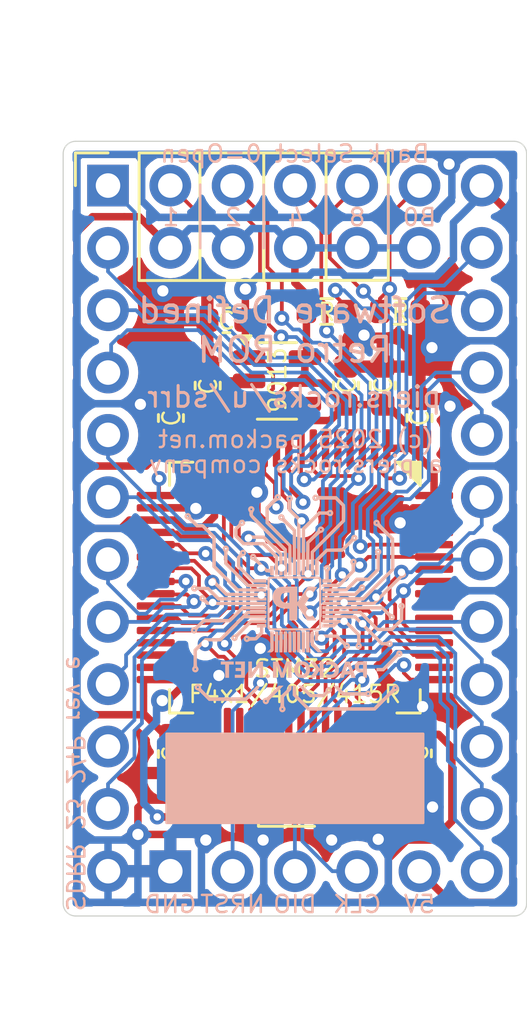
<source format=kicad_pcb>
(kicad_pcb
	(version 20240108)
	(generator "pcbnew")
	(generator_version "8.0")
	(general
		(thickness 1.6)
		(legacy_teardrops no)
	)
	(paper "A4")
	(layers
		(0 "F.Cu" signal)
		(31 "B.Cu" signal)
		(32 "B.Adhes" user "B.Adhesive")
		(33 "F.Adhes" user "F.Adhesive")
		(34 "B.Paste" user)
		(35 "F.Paste" user)
		(36 "B.SilkS" user "B.Silkscreen")
		(37 "F.SilkS" user "F.Silkscreen")
		(38 "B.Mask" user)
		(39 "F.Mask" user)
		(40 "Dwgs.User" user "User.Drawings")
		(41 "Cmts.User" user "User.Comments")
		(42 "Eco1.User" user "User.Eco1")
		(43 "Eco2.User" user "User.Eco2")
		(44 "Edge.Cuts" user)
		(45 "Margin" user)
		(46 "B.CrtYd" user "B.Courtyard")
		(47 "F.CrtYd" user "F.Courtyard")
		(48 "B.Fab" user)
		(49 "F.Fab" user)
		(50 "User.1" user)
		(51 "User.2" user)
		(52 "User.3" user)
		(53 "User.4" user)
		(54 "User.5" user)
		(55 "User.6" user)
		(56 "User.7" user)
		(57 "User.8" user)
		(58 "User.9" user)
	)
	(setup
		(pad_to_mask_clearance 0)
		(allow_soldermask_bridges_in_footprints no)
		(pcbplotparams
			(layerselection 0x00010fc_ffffffff)
			(plot_on_all_layers_selection 0x0000000_00000000)
			(disableapertmacros no)
			(usegerberextensions no)
			(usegerberattributes yes)
			(usegerberadvancedattributes yes)
			(creategerberjobfile yes)
			(dashed_line_dash_ratio 12.000000)
			(dashed_line_gap_ratio 3.000000)
			(svgprecision 4)
			(plotframeref no)
			(viasonmask no)
			(mode 1)
			(useauxorigin no)
			(hpglpennumber 1)
			(hpglpenspeed 20)
			(hpglpendiameter 15.000000)
			(pdf_front_fp_property_popups yes)
			(pdf_back_fp_property_popups yes)
			(dxfpolygonmode yes)
			(dxfimperialunits yes)
			(dxfusepcbnewfont yes)
			(psnegative no)
			(psa4output no)
			(plotreference yes)
			(plotvalue yes)
			(plotfptext yes)
			(plotinvisibletext no)
			(sketchpadsonfab no)
			(subtractmaskfromsilk no)
			(outputformat 1)
			(mirror no)
			(drillshape 1)
			(scaleselection 1)
			(outputdirectory "")
		)
	)
	(net 0 "")
	(net 1 "Net-(U1-VCAP1)")
	(net 2 "GND")
	(net 3 "+5V")
	(net 4 "+3V3")
	(net 5 "NRST")
	(net 6 "SWCLK")
	(net 7 "SWDIO")
	(net 8 "SEL1")
	(net 9 "A2")
	(net 10 "SEL0")
	(net 11 "unconnected-(U1-PB4-Pad56)")
	(net 12 "SEL2")
	(net 13 "BOOT0")
	(net 14 "unconnected-(U1-PB13-Pad34)")
	(net 15 "A0")
	(net 16 "A8")
	(net 17 "D1")
	(net 18 "D4")
	(net 19 "unconnected-(U1-PC15-Pad4)")
	(net 20 "A11")
	(net 21 "D2")
	(net 22 "A12")
	(net 23 "unconnected-(U1-PB9-Pad62)")
	(net 24 "D5")
	(net 25 "unconnected-(U1-PH1-Pad6)")
	(net 26 "unconnected-(U1-PB8-Pad61)")
	(net 27 "unconnected-(U1-PB10-Pad29)")
	(net 28 "unconnected-(U1-PB14-Pad35)")
	(net 29 "unconnected-(U1-PB6-Pad58)")
	(net 30 "D6")
	(net 31 "unconnected-(U1-PA9-Pad42)")
	(net 32 "A9")
	(net 33 "A4")
	(net 34 "D3")
	(net 35 "MCO")
	(net 36 "A3")
	(net 37 "A1")
	(net 38 "D7")
	(net 39 "A7")
	(net 40 "A5")
	(net 41 "A10")
	(net 42 "CS1")
	(net 43 "unconnected-(U1-PA15-Pad50)")
	(net 44 "unconnected-(U1-PH0-Pad5)")
	(net 45 "D0")
	(net 46 "unconnected-(U1-PB12-Pad33)")
	(net 47 "unconnected-(U1-PB5-Pad57)")
	(net 48 "unconnected-(U1-PC14-Pad3)")
	(net 49 "unconnected-(U1-PD2-Pad54)")
	(net 50 "unconnected-(U3-NC-Pad4)")
	(net 51 "A6")
	(net 52 "Net-(D1-A)")
	(net 53 "Net-(RC4-Pad2)")
	(net 54 "Net-(RC5-Pad2)")
	(net 55 "SEL3")
	(net 56 "unconnected-(U1-PB3-Pad55)")
	(net 57 "LED0")
	(footprint "Resistor_SMD:R_0603_1608Metric" (layer "F.Cu") (at 112.2172 57.1246 180))
	(footprint "Capacitor_SMD:C_0603_1608Metric" (layer "F.Cu") (at 106.426 37.2364 180))
	(footprint "Capacitor_SMD:C_0603_1608Metric" (layer "F.Cu") (at 112.8014 39.9034 90))
	(footprint "Capacitor_SMD:C_0603_1608Metric" (layer "F.Cu") (at 111.3028 39.9034 90))
	(footprint "Package_TO_SOT_SMD:SOT-23-5" (layer "F.Cu") (at 108.4889 39.7104))
	(footprint "piers_retro_footprints:TestPoint_THTPad_1.0x1.0mm_Drill0.5mm" (layer "F.Cu") (at 109.22 55.6098))
	(footprint "Capacitor_SMD:C_0603_1608Metric" (layer "F.Cu") (at 106.2482 57.15 180))
	(footprint "Resistor_SMD:R_0603_1608Metric" (layer "F.Cu") (at 113.5126 36.8808))
	(footprint "Capacitor_SMD:C_0603_1608Metric" (layer "F.Cu") (at 104.1654 41.2242 90))
	(footprint "Capacitor_SMD:C_0603_1608Metric" (layer "F.Cu") (at 114.2746 54.8894 -90))
	(footprint "piers_retro_footprints:PinHeader_2x05_P2.54mm_Vertical custom silkscreen" (layer "F.Cu") (at 114.3 31.75 -90))
	(footprint "piers_retro_footprints:2x12 dip pin output 600mil centres no ss" (layer "F.Cu") (at 101.6 31.75))
	(footprint "Capacitor_SMD:C_0603_1608Metric" (layer "F.Cu") (at 111.887 55.6006))
	(footprint "Package_QFP:LQFP-64_10x10mm_P0.5mm" (layer "F.Cu") (at 109.22 48.133 -90))
	(footprint "Capacitor_SMD:C_0603_1608Metric" (layer "F.Cu") (at 104.1654 54.9148 -90))
	(footprint "Capacitor_SMD:C_0603_1608Metric" (layer "F.Cu") (at 105.664 39.9034 90))
	(footprint "Capacitor_SMD:C_0603_1608Metric" (layer "F.Cu") (at 106.553 55.6006))
	(footprint "Connector_PinHeader_2.54mm:PinHeader_1x05_P2.54mm_Vertical" (layer "F.Cu") (at 104.14 59.69 90))
	(footprint "LED_SMD:LED_0603_1608Metric" (layer "F.Cu") (at 109.22 57.1246))
	(footprint "Capacitor_SMD:C_0603_1608Metric" (layer "F.Cu") (at 114.3 41.2242 90))
	(footprint "Resistor_SMD:R_0603_1608Metric" (layer "F.Cu") (at 110.5154 36.8808))
	(footprint "piers_footprints:packom_logo_reverse"
		(layer "B.Cu")
		(uuid "35c570c6-5c73-42d0-a794-c2b175ba4380")
		(at 109.22 48.768 180)
		(property "Reference" "G***"
			(at 0 0 0)
			(layer "B.SilkS")
			(hide yes)
			(uuid "02a10360-b56a-4d15-999f-50aea587dedf")
			(effects
				(font
					(size 1.524 1.524)
					(thickness 0.3)
				)
				(justify mirror)
			)
		)
		(property "Value" "LOGO"
			(at 0.75 0 0)
			(layer "B.SilkS")
			(hide yes)
			(uuid "ee37ff81-e433-4593-b612-0e932cc91bc3")
			(effects
				(font
					(size 1.524 1.524)
					(thickness 0.3)
				)
				(justify mirror)
			)
		)
		(property "Footprint" "piers_footprints:packom_logo_reverse"
			(at 0 0 0)
			(layer "B.Fab")
			(hide yes)
			(uuid "8fb1ea19-08a7-454c-a7ca-f80d85e7df7d")
			(effects
				(font
					(size 1.27 1.27)
					(thickness 0.15)
				)
				(justify mirror)
			)
		)
		(property "Datasheet" ""
			(at 0 0 0)
			(layer "B.Fab")
			(hide yes)
			(uuid "21ae3244-469c-4006-a2ea-df01f5bd5d4d")
			(effects
				(font
					(size 1.27 1.27)
					(thickness 0.15)
				)
				(justify mirror)
			)
		)
		(property "Description" ""
			(at 0 0 0)
			(layer "B.Fab")
			(hide yes)
			(uuid "fe066415-2899-430f-90fe-bf196df52ee0")
			(effects
				(font
					(size 1.27 1.27)
					(thickness 0.15)
				)
				(justify mirror)
			)
		)
		(attr through_hole board_only exclude_from_bom allow_missing_courtyard)
		(fp_poly
			(pts
				(xy 0.264584 -2.00025) (xy 0.137584 -2.00025) (xy 0.137584 -1.153583) (xy 0.264584 -1.153583) (xy 0.264584 -2.00025)
			)
			(stroke
				(width 0.01)
				(type solid)
			)
			(fill solid)
			(layer "B.SilkS")
			(uuid "42b35324-2d1c-42d3-b7ad-ce46b7e36336")
		)
		(fp_poly
			(pts
				(xy -0.09525 -2.00025) (xy -0.22225 -2.00025) (xy -0.22225 -1.153583) (xy -0.09525 -1.153583) (xy -0.09525 -2.00025)
			)
			(stroke
				(width 0.01)
				(type solid)
			)
			(fill solid)
			(layer "B.SilkS")
			(uuid "3adefe72-23f8-4efc-aac0-a6fcebe6b091")
		)
		(fp_poly
			(pts
				(xy 3.01625 -2.497666) (xy 2.836334 -2.497666) (xy 2.836334 -3.037416) (xy 2.688167 -3.037416) (xy 2.688167 -2.497666)
				(xy 2.497667 -2.497666) (xy 2.497667 -2.38125) (xy 3.01625 -2.38125) (xy 3.01625 -2.497666)
			)
			(stroke
				(width 0.01)
				(type solid)
			)
			(fill solid)
			(layer "B.SilkS")
			(uuid "573b5f35-ce2b-4ed1-bfc8-90514a001d61")
		)
		(fp_poly
			(pts
				(xy -0.640291 -1.158875) (xy -0.641285 -1.432249) (xy -0.642278 -1.705623) (xy -0.78931 -1.852936)
				(xy -0.936341 -2.00025) (xy -1.116301 -2.00025) (xy -0.772583 -1.656058) (xy -0.772583 -1.152573)
				(xy -0.640291 -1.158875)
			)
			(stroke
				(width 0.01)
				(type solid)
			)
			(fill solid)
			(layer "B.SilkS")
			(uuid "1b701b3f-98bb-44ba-8f26-098899c4b725")
		)
		(fp_poly
			(pts
				(xy 0.635 -2.00025) (xy 0.511354 -2.00025) (xy 0.504386 -1.792173) (xy 0.502031 -1.70913) (xy 0.500016 -1.613802)
				(xy 0.498487 -1.515067) (xy 0.497591 -1.421807) (xy 0.497417 -1.368839) (xy 0.497417 -1.153583)
				(xy 0.635 -1.153583) (xy 0.635 -2.00025)
			)
			(stroke
				(width 0.01)
				(type solid)
			)
			(fill solid)
			(layer "B.SilkS")
			(uuid "91ef28d2-12d3-410f-b2e0-7f8b4ead83ac")
		)
		(fp_poly
			(pts
				(xy 0.091666 -1.367895) (xy 0.089311 -1.452955) (xy 0.087295 -1.549387) (xy 0.085765 -1.648231)
				(xy 0.084868 -1.740527) (xy 0.084695 -1.791229) (xy 0.084667 -2.00025) (xy -0.042333 -2.00025) (xy -0.042333 -1.153583)
				(xy 0.09861 -1.153583) (xy 0.091666 -1.367895)
			)
			(stroke
				(width 0.01)
				(type solid)
			)
			(fill solid)
			(layer "B.SilkS")
			(uuid "0beb98bd-2e4e-43bd-8d5c-4f7360ee1b79")
		)
		(fp_poly
			(pts
				(xy 1.462704 -2.386541) (xy 1.751542 -2.828061) (xy 1.754398 -2.604655) (xy 1.757254 -2.38125) (xy 1.894417 -2.38125)
				(xy 1.894417 -3.037416) (xy 1.745869 -3.037416) (xy 1.444625 -2.583324) (xy 1.438921 -3.037416)
				(xy 1.30175 -3.037416) (xy 1.30175 -2.380359) (xy 1.462704 -2.386541)
			)
			(stroke
				(width 0.01)
				(type solid)
			)
			(fill solid)
			(layer "B.SilkS")
			(uuid "f66c1fa6-755b-46b5-953c-6c98438a41af")
		)
		(fp_poly
			(pts
				(xy 0.455084 -2.00025) (xy 0.3313 -2.00025) (xy 0.3244 -1.887478) (xy 0.322581 -1.846736) (xy 0.320942 -1.788872)
				(xy 0.319549 -1.717932) (xy 0.318467 -1.63796) (xy 0.317762 -1.553002) (xy 0.3175 -1.467102) (xy 0.3175 -1.153583)
				(xy 0.455084 -1.153583) (xy 0.455084 -2.00025)
			)
			(stroke
				(width 0.01)
				(type solid)
			)
			(fill solid)
			(layer "B.SilkS")
			(uuid "e1e04e82-2060-4c48-8369-ddd6f16e2899")
		)
		(fp_poly
			(pts
				(xy 2.423584 -2.497666) (xy 2.19075 -2.497666) (xy 2.19075 -2.645833) (xy 2.413 -2.645833) (xy 2.413 -2.76225)
				(xy 2.19075 -2.76225) (xy 2.19075 -2.921) (xy 2.44475 -2.921) (xy 2.44475 -3.037416) (xy 2.042584 -3.037416)
				(xy 2.042584 -2.38125) (xy 2.423584 -2.38125) (xy 2.423584 -2.497666)
			)
			(stroke
				(width 0.01)
				(type solid)
			)
			(fill solid)
			(layer "B.SilkS")
			(uuid "5d881fd4-c0ab-4d32-bc26-9e452dd94c6b")
		)
		(fp_poly
			(pts
				(xy 0.814917 -2.00025) (xy 0.690341 -2.00025) (xy 0.68302 -1.690687) (xy 0.681212 -1.60507) (xy 0.679819 -1.52034)
				(xy 0.678877 -1.440527) (xy 0.678425 -1.369662) (xy 0.678498 -1.311776) (xy 0.679135 -1.270899)
				(xy 0.679162 -1.27) (xy 0.682625 -1.158875) (xy 0.814917 -1.152573) (xy 0.814917 -2.00025)
			)
			(stroke
				(width 0.01)
				(type solid)
			)
			(fill solid)
			(layer "B.SilkS")
			(uuid "306d0c13-2669-4b80-90da-234cf09a8cda")
		)
		(fp_poly
			(pts
				(xy -0.275242 -1.505479) (xy -0.275464 -1.593424) (xy -0.276059 -1.677776) (xy -0.276977 -1.755366)
				(xy -0.278165 -1.823026) (xy -0.279572 -1.877588) (xy -0.281149 -1.915884) (xy -0.282064 -1.928812)
				(xy -0.288811 -2.00025) (xy -0.41275 -2.00025) (xy -0.41275 -1.153583) (xy -0.275166 -1.153583)
				(xy -0.275242 -1.505479)
			)
			(stroke
				(width 0.01)
				(type solid)
			)
			(fill solid)
			(layer "B.SilkS")
			(uuid "7ab833bd-f435-4c66-9e66-ff4c9cbc93d6")
		)
		(fp_poly
			(pts
				(xy -0.4552 -1.537229) (xy -0.455405 -1.627041) (xy -0.455937 -1.71159) (xy -0.456753 -1.788189)
				(xy -0.45781 -1.854147) (xy -0.459067 -1.906777) (xy -0.460481 -1.943388) (xy -0.461876 -1.960562)
				(xy -0.468436 -2.00025) (xy -0.592666 -2.00025) (xy -0.592666 -1.153583) (xy -0.455083 -1.153583)
				(xy -0.4552 -1.537229)
			)
			(stroke
				(width 0.01)
				(type solid)
			)
			(fill solid)
			(layer "B.SilkS")
			(uuid "62928005-452d-4cd5-b9fe-f22a3382403d")
		)
		(fp_poly
			(pts
				(xy 1.002353 -1.51077) (xy 0.995974 -1.867958) (xy 1.126514 -2.00025) (xy 1.031 -2.00025) (xy 0.98544 -1.999943)
				(xy 0.955496 -1.998024) (xy 0.935619 -1.992996) (xy 0.920258 -1.98336) (xy 0.903863 -1.96762) (xy 0.90166 -1.96535)
				(xy 0.867834 -1.93045) (xy 0.867834 -1.153583) (xy 1.008732 -1.153583) (xy 1.002353 -1.51077)
			)
			(stroke
				(width 0.01)
				(type solid)
			)
			(fill solid)
			(layer "B.SilkS")
			(uuid "56b20455-808e-4d12-a94d-61d1df4802ff")
		)
		(fp_poly
			(pts
				(xy 1.133458 -2.908102) (xy 1.161944 -2.928789) (xy 1.181126 -2.955708) (xy 1.185334 -2.973916)
				(xy 1.176096 -3.001562) (xy 1.152987 -3.027062) (xy 1.122915 -3.044233) (xy 1.102575 -3.048) (xy 1.072127 -3.041367)
				(xy 1.043886 -3.026065) (xy 1.022153 -2.998323) (xy 1.017827 -2.96725) (xy 1.028728 -2.937537) (xy 1.052674 -2.913874)
				(xy 1.087485 -2.900952) (xy 1.102575 -2.899833) (xy 1.133458 -2.908102)
			)
			(stroke
				(width 0.01)
				(type solid)
			)
			(fill solid)
			(layer "B.SilkS")
			(uuid "4e5d4f2b-6236-4c8b-92b4-608b672c2664")
		)
		(fp_poly
			(pts
				(xy -1.016 -2.691831) (xy -0.914335 -2.53654) (xy -0.81267 -2.38125) (xy -0.635342 -2.38125) (xy -0.747238 -2.534018)
				(xy -0.783231 -2.583496) (xy -0.814473 -2.627089) (xy -0.838956 -2.661939) (xy -0.85467 -2.685189)
				(xy -0.859653 -2.69383) (xy -0.853879 -2.704203) (xy -0.837498 -2.728863) (xy -0.812433 -2.76504)
				(xy -0.780604 -2.809959) (xy -0.743936 -2.860849) (xy -0.742295 -2.863108) (xy -0.705446 -2.914127)
				(xy -0.673306 -2.959207) (xy -0.647804 -2.995594) (xy -0.630868 -3.020535) (xy -0.624429 -3.031277)
				(xy -0.624416 -3.03138) (xy -0.63418 -3.034134) (xy -0.660196 -3.03623) (xy -0.697553 -3.037329)
				(xy -0.712457 -3.037416) (xy -0.800498 -3.037416) (xy -0.908249 -2.877389) (xy -1.016 -2.717361)
				(xy -1.016 -3.037416) (xy -1.164166 -3.037416) (xy -1.164166 -2.38125) (xy -1.016 -2.38125) (xy -1.016 -2.691831)
			)
			(stroke
				(width 0.01)
				(type solid)
			)
			(fill solid)
			(layer "B.SilkS")
			(uuid "a8ec20ca-3403-4b0b-9797-5e22acc9237b")
		)
		(fp_poly
			(pts
				(xy -1.751541 -3.566583) (xy -1.952416 -3.767666) (xy -2.880903 -3.767666) (xy -2.912347 -3.794125)
				(xy -2.955087 -3.817581) (xy -3.001329 -3.821801) (xy -3.046329 -3.807044) (xy -3.074893 -3.785223)
				(xy -3.098115 -3.757462) (xy -3.114412 -3.729765) (xy -3.11743 -3.721266) (xy -3.11765 -3.699649)
				(xy -3.033487 -3.699649) (xy -3.030317 -3.715339) (xy -3.026789 -3.720094) (xy -3.003617 -3.73412)
				(xy -2.97651 -3.733155) (xy -2.954841 -3.717981) (xy -2.952279 -3.713869) (xy -2.94643 -3.692961)
				(xy -2.9571 -3.673494) (xy -2.958838 -3.671536) (xy -2.982296 -3.65375) (xy -3.003366 -3.656638)
				(xy -3.022549 -3.677761) (xy -3.033487 -3.699649) (xy -3.11765 -3.699649) (xy -3.117854 -3.679605)
				(xy -3.101576 -3.638449) (xy -3.072606 -3.602659) (xy -3.034954 -3.577098) (xy -2.992631 -3.566625)
				(xy -2.989814 -3.566583) (xy -2.954694 -3.574548) (xy -2.91501 -3.596258) (xy -2.912096 -3.598333)
				(xy -2.868266 -3.630083) (xy -1.994641 -3.630083) (xy -1.862666 -3.497791) (xy -1.730692 -3.3655)
				(xy -1.550667 -3.3655) (xy -1.751541 -3.566583)
			)
			(stroke
				(width 0.01)
				(type solid)
			)
			(fill solid)
			(layer "B.SilkS")
			(uuid "f0947ed4-a14e-4ce3-adc5-78144b7b63b0")
		)
		(fp_poly
			(pts
				(xy -2.764896 -2.382966) (xy -2.699955 -2.384647) (xy -2.652032 -2.386839) (xy -2.616977 -2.390082)
				(xy -2.590641 -2.394915) (xy -2.568873 -2.401876) (xy -2.548336 -2.411105) (xy -2.502019 -2.440884)
				(xy -2.471542 -2.478567) (xy -2.454891 -2.52781) (xy -2.450041 -2.589359) (xy -2.451112 -2.631892)
				(xy -2.455742 -2.661404) (xy -2.466062 -2.685994) (xy -2.481888 -2.710489) (xy -2.525202 -2.757016)
				(xy -2.580557 -2.789129) (xy -2.650079 -2.807828) (xy -2.699452 -2.813025) (xy -2.783416 -2.817886)
				(xy -2.783416 -3.037416) (xy -2.931583 -3.037416) (xy -2.931583 -2.497666) (xy -2.783416 -2.497666)
				(xy -2.783416 -2.69875) (xy -2.729804 -2.69875) (xy -2.693559 -2.696345) (xy -2.662884 -2.690251)
				(xy -2.653075 -2.686437) (xy -2.629253 -2.669713) (xy -2.617066 -2.657333) (xy -2.608131 -2.634095)
				(xy -2.604057 -2.600093) (xy -2.605468 -2.565301) (xy -2.610074 -2.545765) (xy -2.628833 -2.523898)
				(xy -2.663312 -2.507497) (xy -2.708337 -2.498639) (xy -2.729974 -2.497666) (xy -2.783416 -2.497666)
				(xy -2.931583 -2.497666) (xy -2.931583 -2.37939) (xy -2.764896 -2.382966)
			)
			(stroke
				(width 0.01)
				(type solid)
			)
			(fill solid)
			(layer "B.SilkS")
			(uuid "40d95722-2cdd-4021-9c87-654877b82544")
		)
		(fp_poly
			(pts
				(xy -1.9446 -2.701145) (xy -1.91694 -2.779228) (xy -1.89171 -2.850923) (xy -1.869753 -2.913797)
				(xy -1.851912 -2.965419) (xy -1.839029 -3.003358) (xy -1.831948 -3.025182) (xy -1.83083 -3.029479)
				(xy -1.840581 -3.033317) (xy -1.866247 -3.036135) (xy -1.902579 -3.037395) (xy -1.908254 -3.037416)
				(xy -1.985591 -3.037416) (xy -2.006731 -2.97127) (xy -2.027871 -2.905125) (xy -2.149505 -2.902161)
				(xy -2.271138 -2.899198) (xy -2.292366 -2.965661) (xy -2.313593 -3.032125) (xy -2.393773 -3.035193)
				(xy -2.473952 -3.038261) (xy -2.372576 -2.76108) (xy -2.2296 -2.76108) (xy -2.2261 -2.768175) (xy -2.212054 -2.771623)
				(xy -2.183479 -2.772737) (xy -2.154421 -2.772833) (xy -2.108204 -2.771296) (xy -2.081317 -2.766774)
				(xy -2.074333 -2.76093) (xy -2.077415 -2.746677) (xy -2.085801 -2.716721) (xy -2.098204 -2.675475)
				(xy -2.11306 -2.628216) (xy -2.151787 -2.507406) (xy -2.185177 -2.616307) (xy -2.19977 -2.663703)
				(xy -2.21278 -2.705598) (xy -2.222515 -2.736565) (xy -2.226538 -2.74902) (xy -2.2296 -2.76108) (xy -2.372576 -2.76108)
				(xy -2.235592 -2.386541) (xy -2.058458 -2.380749) (xy -1.9446 -2.701145)
			)
			(stroke
				(width 0.01)
				(type solid)
			)
			(fill solid)
			(layer "B.SilkS")
			(uuid "15650233-991f-42e9-a1cb-bd917e15b0da")
		)
		(fp_poly
			(pts
				(xy -4.191124 -1.945252) (xy -4.185853 -1.94911) (xy -4.156189 -1.982655) (xy -4.135044 -2.025772)
				(xy -4.1275 -2.06613) (xy -4.122684 -2.077825) (xy -4.107661 -2.098456) (xy -4.081569 -2.128959)
				(xy -4.043548 -2.17027) (xy -3.992736 -2.223327) (xy -3.92827 -2.289064) (xy -3.849614 -2.368095)
				(xy -3.571728 -2.645833) (xy -3.33375 -2.645833) (xy -3.33375 -2.772833) (xy -3.479271 -2.772781)
				(xy -3.624791 -2.772728) (xy -4.218231 -2.180166) (xy -4.263882 -2.180166) (xy -4.296728 -2.177098)
				(xy -4.32224 -2.164842) (xy -4.345516 -2.144183) (xy -4.369439 -2.115669) (xy -4.380938 -2.086588)
				(xy -4.381812 -2.067926) (xy -4.295796 -2.067926) (xy -4.287798 -2.085811) (xy -4.283604 -2.08849)
				(xy -4.251052 -2.094033) (xy -4.227732 -2.081711) (xy -4.22275 -2.074333) (xy -4.217262 -2.047817)
				(xy -4.22658 -2.025911) (xy -4.245439 -2.012972) (xy -4.268573 -2.013359) (xy -4.284133 -2.023533)
				(xy -4.294602 -2.043854) (xy -4.295796 -2.067926) (xy -4.381812 -2.067926) (xy -4.382722 -2.04852)
				(xy -4.381594 -2.032) (xy -4.371357 -1.992071) (xy -4.345929 -1.96127) (xy -4.325262 -1.946806)
				(xy -4.27956 -1.929211) (xy -4.232683 -1.928728) (xy -4.191124 -1.945252)
			)
			(stroke
				(width 0.01)
				(type solid)
			)
			(fill solid)
			(layer "B.SilkS")
			(uuid "67dc5317-8677-49a1-95f0-15a3ec105903")
		)
		(fp_poly
			(pts
				(xy -4.304438 0.000831) (xy -4.264498 -0.025982) (xy -4.236797 -0.066188) (xy -4.226045 -0.106196)
				(xy -4.224815 -0.138142) (xy -4.231628 -0.163615) (xy -4.249502 -0.192732) (xy -4.253546 -0.198345)
				(xy -4.28625 -0.243233) (xy -4.28625 -0.651108) (xy -4.108866 -0.828262) (xy -3.931481 -1.005416)
				(xy -3.392374 -1.005416) (xy -2.692726 -0.306916) (xy -1.121833 -0.306916) (xy -1.121833 -0.433916)
				(xy -2.63981 -0.433916) (xy -2.989633 -0.783166) (xy -3.339457 -1.132416) (xy -3.984823 -1.132416)
				(xy -4.196391 -0.920682) (xy -4.407958 -0.708948) (xy -4.41325 -0.473536) (xy -4.418541 -0.238125)
				(xy -4.448982 -0.198332) (xy -4.467285 -0.171316) (xy -4.475119 -0.147314) (xy -4.475186 -0.125884)
				(xy -4.389044 -0.125884) (xy -4.378275 -0.147256) (xy -4.355629 -0.158376) (xy -4.34975 -0.15875)
				(xy -4.327381 -0.151117) (xy -4.318422 -0.143383) (xy -4.30917 -0.119775) (xy -4.314929 -0.096739)
				(xy -4.331192 -0.079955) (xy -4.353453 -0.075101) (xy -4.368271 -0.080563) (xy -4.386265 -0.101304)
				(xy -4.389044 -0.125884) (xy -4.475186 -0.125884) (xy -4.475218 -0.11601) (xy -4.474132 -0.103475)
				(xy -4.460624 -0.052151) (xy -4.43224 -0.01523) (xy -4.390448 0.005909) (xy -4.35264 0.010584) (xy -4.304438 0.000831)
			)
			(stroke
				(width 0.01)
				(type solid)
			)
			(fill solid)
			(layer "B.SilkS")
			(uuid "4b5d16c4-75df-4636-bafe-5e62b3dcd14d")
		)
		(fp_poly
			(pts
				(xy 0.585905 3.618556) (xy 0.629126 3.597297) (xy 0.658902 3.56407) (xy 0.675015 3.523383) (xy 0.677246 3.479749)
				(xy 0.665375 3.437679) (xy 0.639184 3.401684) (xy 0.598454 3.376275) (xy 0.597675 3.375976) (xy 0.568845 3.367938)
				(xy 0.548794 3.3655) (xy 0.534444 3.358034) (xy 0.506359 3.336208) (xy 0.465516 3.300884) (xy 0.412889 3.25292)
				(xy 0.349456 3.193178) (xy 0.306066 3.151507) (xy 0.084667 2.937514) (xy 0.084667 1.143) (xy -0.042333 1.143)
				(xy -0.042333 2.989973) (xy 0.1905 3.222625) (xy 0.256186 3.288428) (xy 0.308316 3.341178) (xy 0.348431 3.382655)
				(xy 0.378077 3.414639) (xy 0.398796 3.438911) (xy 0.412131 3.457249) (xy 0.419626 3.471435) (xy 0.422825 3.483248)
				(xy 0.423334 3.491161) (xy 0.426825 3.509384) (xy 0.511424 3.509384) (xy 0.512108 3.485262) (xy 0.524631 3.466798)
				(xy 0.549691 3.451478) (xy 0.572837 3.457115) (xy 0.581969 3.465905) (xy 0.591041 3.489379) (xy 0.586513 3.513845)
				(xy 0.571256 3.531199) (xy 0.55754 3.534834) (xy 0.527394 3.527617) (xy 0.511424 3.509384) (xy 0.426825 3.509384)
				(xy 0.432669 3.539877) (xy 0.457943 3.580115) (xy 0.495055 3.608664) (xy 0.539905 3.62231) (xy 0.585905 3.618556)
			)
			(stroke
				(width 0.01)
				(type solid)
			)
			(fill solid)
			(layer "B.SilkS")
			(uuid "f259acce-ba4e-454b-8ede-4975394c5508")
		)
		(fp_poly
			(pts
				(xy -0.232957 -3.365565) (xy -0.142875 -3.36563) (xy -0.609515 -3.831166) (xy -1.191155 -3.831166)
				(xy -1.27 -3.751791) (xy -1.306411 -3.715867) (xy -1.332542 -3.692706) (xy -1.352526 -3.679568)
				(xy -1.370498 -3.673718) (xy -1.389856 -3.672416) (xy -1.421684 -3.668342) (xy -1.448644 -3.653115)
				(xy -1.466226 -3.637057) (xy -1.498042 -3.596667) (xy -1.51021 -3.556884) (xy -1.420524 -3.556884)
				(xy -1.408822 -3.578144) (xy -1.387484 -3.587162) (xy -1.361846 -3.580423) (xy -1.350131 -3.571119)
				(xy -1.336795 -3.554116) (xy -1.3335 -3.545416) (xy -1.342204 -3.527787) (xy -1.362385 -3.511386)
				(xy -1.385149 -3.503185) (xy -1.387513 -3.503083) (xy -1.407517 -3.512215) (xy -1.417257 -3.526895)
				(xy -1.420524 -3.556884) (xy -1.51021 -3.556884) (xy -1.510243 -3.556779) (xy -1.503891 -3.513375)
				(xy -1.501074 -3.50544) (xy -1.474339 -3.461982) (xy -1.434949 -3.432868) (xy -1.387385 -3.420912)
				(xy -1.367466 -3.421522) (xy -1.333345 -3.429276) (xy -1.304994 -3.442362) (xy -1.29986 -3.446269)
				(xy -1.273469 -3.480524) (xy -1.254923 -3.524841) (xy -1.248833 -3.563959) (xy -1.24356 -3.586569)
				(xy -1.226035 -3.613356) (xy -1.193701 -3.64821) (xy -1.192938 -3.648965) (xy -1.137043 -3.704166)
				(xy -0.66121 -3.704166) (xy -0.32304 -3.3655) (xy -0.232957 -3.365565)
			)
			(stroke
				(width 0.01)
				(type solid)
			)
			(fill solid)
			(layer "B.SilkS")
			(uuid "bfc14dff-c465-40b6-8154-e67082bb7ed3")
		)
		(fp_poly
			(pts
				(xy -1.341437 -2.380693) (xy -1.280583 -2.393334) (xy -1.280583 -2.538377) (xy -1.314979 -2.521181)
				(xy -1.356897 -2.507468) (xy -1.409314 -2.500166) (xy -1.462349 -2.499973) (xy -1.506119 -2.507588)
				(xy -1.506305 -2.507649) (xy -1.544833 -2.528947) (xy -1.582484 -2.56396) (xy -1.613082 -2.605908)
				(xy -1.62907 -2.642438) (xy -1.638753 -2.709117) (xy -1.631438 -2.772212) (xy -1.608625 -2.828143)
				(xy -1.571814 -2.873329) (xy -1.522504 -2.904188) (xy -1.518822 -2.905643) (xy -1.466411 -2.917408)
				(xy -1.406612 -2.918263) (xy -1.349047 -2.908686) (xy -1.314049 -2.895429) (xy -1.280583 -2.878123)
				(xy -1.280583 -2.946151) (xy -1.281059 -2.98305) (xy -1.284117 -3.004489) (xy -1.292201 -3.016174)
				(xy -1.307756 -3.02381) (xy -1.314979 -3.026426) (xy -1.360055 -3.036925) (xy -1.417773 -3.042653)
				(xy -1.480128 -3.043507) (xy -1.539117 -3.039383) (xy -1.586735 -3.030179) (xy -1.5875 -3.029947)
				(xy -1.646584 -3.002027) (xy -1.70088 -2.958288) (xy -1.744963 -2.90407) (xy -1.77233 -2.848055)
				(xy -1.784488 -2.791162) (xy -1.788252 -2.724949) (xy -1.783989 -2.657275) (xy -1.772069 -2.595998)
				(xy -1.75881 -2.559958) (xy -1.715403 -2.493556) (xy -1.657296 -2.440313) (xy -1.587239 -2.401409)
				(xy -1.507983 -2.378027) (xy -1.42228 -2.371348) (xy -1.341437 -2.380693)
			)
			(stroke
				(width 0.01)
				(type solid)
			)
			(fill solid)
			(layer "B.SilkS")
			(uuid "de2a414f-afb4-409f-93e6-f0804dbefcf9")
		)
		(fp_poly
			(pts
				(xy -1.121833 -0.254) (xy -3.540419 -0.254) (xy -3.679295 -0.394229) (xy -3.728426 -0.444129) (xy -3.764578 -0.481912)
				(xy -3.789856 -0.510309) (xy -3.806365 -0.532052) (xy -3.81621 -0.549873) (xy -3.821496 -0.566504)
				(xy -3.824016 -0.582076) (xy -3.839651 -0.631811) (xy -3.870884 -0.669728) (xy -3.914328 -0.692785)
				(xy -3.953778 -0.6985) (xy -3.987881 -0.695851) (xy -4.013089 -0.684843) (xy -4.0386 -0.662516)
				(xy -4.0614 -0.636417) (xy -4.071912 -0.611752) (xy -4.073962 -0.585546) (xy -3.989869 -0.585546)
				(xy -3.983781 -0.60577) (xy -3.982861 -0.606777) (xy -3.962793 -0.614118) (xy -3.937565 -0.609933)
				(xy -3.918136 -0.596416) (xy -3.916243 -0.593433) (xy -3.909969 -0.569789) (xy -3.911557 -0.556794)
				(xy -3.928143 -0.538769) (xy -3.953118 -0.532675) (xy -3.974549 -0.540171) (xy -3.986311 -0.559825)
				(xy -3.989869 -0.585546) (xy -4.073962 -0.585546) (xy -4.074576 -0.5777) (xy -4.074583 -0.574804)
				(xy -4.066422 -0.521427) (xy -4.042363 -0.481793) (xy -4.003041 -0.456626) (xy -3.963333 -0.447622)
				(xy -3.945274 -0.445325) (xy -3.929347 -0.441245) (xy -3.913012 -0.433436) (xy -3.893727 -0.419953)
				(xy -3.86895 -0.39885) (xy -3.836139 -0.368182) (xy -3.792755 -0.326003) (xy -3.751791 -0.285688)
				(xy -3.593041 -0.129181) (xy -1.121833 -0.119125) (xy -1.121833 -0.254)
			)
			(stroke
				(width 0.01)
				(type solid)
			)
			(fill solid)
			(layer "B.SilkS")
			(uuid "4a25cc05-2386-4c06-9281-bb9a43960c82")
		)
		(fp_poly
			(pts
				(xy -1.123931 -0.55132) (xy -1.127125 -0.619125) (xy -2.42339 -0.619125) (xy -2.971212 -1.166812)
				(xy -3.519034 -1.7145) (xy -3.619538 -1.714656) (xy -3.668669 -1.715257) (xy -3.70362 -1.718168)
				(xy -3.731374 -1.725325) (xy -3.758914 -1.738662) (xy -3.793223 -1.760113) (xy -3.800268 -1.764731)
				(xy -3.830103 -1.781741) (xy -3.85504 -1.786955) (xy -3.88278 -1.780327) (xy -3.916814 -1.764037)
				(xy -3.958889 -1.732149) (xy -3.982403 -1.691737) (xy -3.985091 -1.660554) (xy -3.902011 -1.660554)
				(xy -3.885338 -1.681486) (xy -3.883841 -1.682992) (xy -3.859424 -1.696772) (xy -3.837429 -1.692788)
				(xy -3.82389 -1.673898) (xy -3.822595 -1.654001) (xy -3.832812 -1.624971) (xy -3.851891 -1.612264)
				(xy -3.875613 -1.61796) (xy -3.883464 -1.623981) (xy -3.901403 -1.643908) (xy -3.902011 -1.660554)
				(xy -3.985091 -1.660554) (xy -3.986424 -1.645094) (xy -3.978211 -1.612699) (xy -3.953593 -1.572765)
				(xy -3.916824 -1.542113) (xy -3.874474 -1.525578) (xy -3.857648 -1.524) (xy -3.822528 -1.531964)
				(xy -3.782844 -1.553675) (xy -3.779929 -1.55575) (xy -3.755166 -1.572179) (xy -3.732586 -1.581723)
				(xy -3.704936 -1.586211) (xy -3.664962 -1.587473) (xy -3.654025 -1.5875) (xy -3.57195 -1.5875) (xy -3.025956 -1.041581)
				(xy -2.479961 -0.495662) (xy -1.120737 -0.483516) (xy -1.123931 -0.55132)
			)
			(stroke
				(width 0.01)
				(type solid)
			)
			(fill solid)
			(layer "B.SilkS")
			(uuid "7f7a5387-3d9e-4733-a3d9-99264f25ff18")
		)
		(fp_poly
			(pts
				(xy 0.410226 -2.532062) (xy 0.431166 -2.592429) (xy 0.451811 -2.652728) (xy 0.470091 -2.706863)
				(xy 0.483937 -2.748739) (xy 0.486585 -2.756958) (xy 0.498957 -2.795564) (xy 0.509269 -2.827493)
				(xy 0.515419 -2.846238) (xy 0.515649 -2.846916) (xy 0.521035 -2.846399) (xy 0.529662 -2.829206)
				(xy 0.538341 -2.803355) (xy 0.547581 -2.773585) (xy 0.562302 -2.728516) (xy 0.580948 -2.67281) (xy 0.60196 -2.61113)
				(xy 0.618743 -2.562584) (xy 0.681861 -2.38125) (xy 0.889 -2.38125) (xy 0.889 -3.037416) (xy 0.751417 -3.037416)
				(xy 0.75072 -2.770187) (xy 0.750432 -2.688862) (xy 0.749955 -2.626834) (xy 0.749159 -2.582233) (xy 0.74791 -2.553189)
				(xy 0.746077 -2.537833) (xy 0.743527 -2.534295) (xy 0.740128 -2.540705) (xy 0.735748 -2.555194)
				(xy 0.735562 -2.555875) (xy 0.727682 -2.581994) (xy 0.714096 -2.624129) (xy 0.69612 -2.678325) (xy 0.675067 -2.740628)
				(xy 0.652252 -2.807084) (xy 0.647617 -2.820458) (xy 0.574134 -3.032125) (xy 0.450993 -3.032125)
				(xy 0.414721 -2.931583) (xy 0.397764 -2.884008) (xy 0.376428 -2.823301) (xy 0.353128 -2.756377)
				(xy 0.33028 -2.69015) (xy 0.324162 -2.672291) (xy 0.269875 -2.513541) (xy 0.273192 -2.775479) (xy 0.276508 -3.037416)
				(xy 0.137584 -3.037416) (xy 0.137584 -2.38125) (xy 0.357523 -2.38125) (xy 0.410226 -2.532062)
			)
			(stroke
				(width 0.01)
				(type solid)
			)
			(fill solid)
			(layer "B.SilkS")
			(uuid "0ba9613e-dc43-4e7b-93dd-b5b7610b4ccf")
		)
		(fp_poly
			(pts
				(xy -1.016401 3.112299) (xy -0.976187 3.08567) (xy -0.94685 3.046284) (xy -0.932258 2.998229) (xy -0.931333 2.982281)
				(xy -0.926131 2.969606) (xy -0.909956 2.947452) (xy -0.881953 2.914877) (xy -0.84127 2.870941) (xy -0.787054 2.814699)
				(xy -0.71845 2.745212) (xy -0.69723 2.723938) (xy -0.463127 2.489662) (xy -0.451963 1.14627) (xy -0.486596 1.139344)
				(xy -0.52373 1.134242) (xy -0.556948 1.132417) (xy -0.592666 1.132417) (xy -0.592666 2.441983) (xy -0.81374 2.655033)
				(xy -0.880005 2.718583) (xy -0.933039 2.768629) (xy -0.974575 2.80664) (xy -1.006345 2.834083) (xy -1.030081 2.852428)
				(xy -1.047514 2.863142) (xy -1.060377 2.867694) (xy -1.065094 2.868123) (xy -1.105877 2.877764)
				(xy -1.144375 2.903031) (xy -1.1753 2.938596) (xy -1.193362 2.979135) (xy -1.195916 2.999855) (xy -1.194032 3.00773)
				(xy -1.098833 3.00773) (xy -1.095706 2.97857) (xy -1.080442 2.959341) (xy -1.058138 2.954227) (xy -1.041686 2.96085)
				(xy -1.024837 2.982132) (xy -1.023906 3.006313) (xy -1.036367 3.026588) (xy -1.059694 3.036153)
				(xy -1.069509 3.035776) (xy -1.092092 3.024628) (xy -1.098833 3.00773) (xy -1.194032 3.00773) (xy -1.186177 3.04055)
				(xy -1.160308 3.07736) (xy -1.123331 3.105642) (xy -1.08027 3.120758) (xy -1.063625 3.122084) (xy -1.016401 3.112299)
			)
			(stroke
				(width 0.01)
				(type solid)
			)
			(fill solid)
			(layer "B.SilkS")
			(uuid "9e265de8-eb68-48df-92d3-a965b438fb1c")
		)
		(fp_poly
			(pts
				(xy -2.343546 1.800666) (xy -2.304017 1.776361) (xy -2.276534 1.740872) (xy -2.263165 1.698276)
				(xy -2.265981 1.652651) (xy -2.28705 1.608072) (xy -2.289224 1.605145) (xy -2.301893 1.587214) (xy -2.31013 1.569911)
				(xy -2.314882 1.548185) (xy -2.317098 1.516979) (xy -2.317728 1.471241) (xy -2.31775 1.453193) (xy -2.31775 1.33864)
				(xy -2.045229 1.066326) (xy -1.772708 0.794013) (xy -1.449916 0.791236) (xy -1.127125 0.788459)
				(xy -1.120823 0.656167) (xy -1.815174 0.656167) (xy -2.132608 0.973703) (xy -2.450041 1.29124) (xy -2.453571 1.430956)
				(xy -2.455298 1.488562) (xy -2.457537 1.529158) (xy -2.46099 1.5569) (xy -2.46636 1.575944) (xy -2.47435 1.590444)
				(xy -2.482255 1.600564) (xy -2.501709 1.63155) (xy -2.513884 1.665009) (xy -2.514057 1.665901) (xy -2.513153 1.690863)
				(xy -2.428896 1.690863) (xy -2.424893 1.66427) (xy -2.423239 1.660942) (xy -2.404798 1.644691) (xy -2.380778 1.644464)
				(xy -2.358979 1.659877) (xy -2.355926 1.66423) (xy -2.350001 1.687179) (xy -2.355926 1.701271) (xy -2.376333 1.719764)
				(xy -2.399025 1.72196) (xy -2.418409 1.71121) (xy -2.428896 1.690863) (xy -2.513153 1.690863) (xy -2.512457 1.710052)
				(xy -2.493904 1.751283) (xy -2.462519 1.784696) (xy -2.422423 1.805395) (xy -2.393052 1.809711)
				(xy -2.343546 1.800666)
			)
			(stroke
				(width 0.01)
				(type solid)
			)
			(fill solid)
			(layer "B.SilkS")
			(uuid "6b4212b2-6d4b-45c0-b4b8-71fc079e54f8")
		)
		(fp_poly
			(pts
				(xy -1.267479 1.539352) (xy -1.226318 1.513216) (xy -1.199001 1.473911) (xy -1.195672 1.465052)
				(xy -1.188694 1.41825) (xy -1.200632 1.373035) (xy -1.223199 1.336852) (xy -1.232934 1.32306) (xy -1.239832 1.308909)
				(xy -1.24438 1.29063) (xy -1.247067 1.264451) (xy -1.248378 1.2266) (xy -1.248802 1.173306) (xy -1.248833 1.138415)
				(xy -1.248833 0.973667) (xy -1.121833 0.973667) (xy -1.121833 0.836084) (xy -1.502833 0.836084)
				(xy -1.502833 0.973667) (xy -1.375833 0.973667) (xy -1.375833 1.141868) (xy -1.376158 1.20712) (xy -1.377302 1.254089)
				(xy -1.379519 1.285654) (xy -1.383064 1.304691) (xy -1.388191 1.314077) (xy -1.39123 1.315978) (xy -1.405012 1.328429)
				(xy -1.421985 1.353037) (xy -1.429191 1.366115) (xy -1.444926 1.412239) (xy -1.352681 1.412239)
				(xy -1.342312 1.388985) (xy -1.323294 1.376407) (xy -1.317625 1.375834) (xy -1.300543 1.382621)
				(xy -1.293283 1.388534) (xy -1.281714 1.410632) (xy -1.283443 1.43459) (xy -1.294998 1.455037) (xy -1.312904 1.466602)
				(xy -1.333685 1.463913) (xy -1.339468 1.459939) (xy -1.352401 1.43846) (xy -1.352681 1.412239) (xy -1.444926 1.412239)
				(xy -1.445303 1.413344) (xy -1.441707 1.455897) (xy -1.417858 1.496697) (xy -1.401589 1.514094)
				(xy -1.374212 1.537248) (xy -1.349309 1.547606) (xy -1.318355 1.549475) (xy -1.267479 1.539352)
			)
			(stroke
				(width 0.01)
				(type solid)
			)
			(fill solid)
			(layer "B.SilkS")
			(uuid "5ab45d4a-7ae0-4da7-ae80-099d5733fdf8")
		)
		(fp_poly
			(pts
				(xy 3.379895 1.028759) (xy 3.421572 1.00421) (xy 3.449084 0.964531) (xy 3.46155 0.910732) (xy 3.461922 0.880005)
				(xy 3.451219 0.849816) (xy 3.425546 0.819594) (xy 3.390523 0.794217) (xy 3.351769 0.778561) (xy 3.343096 0.776875)
				(xy 3.329282 0.774073) (xy 3.315372 0.768951) (xy 3.299514 0.759928) (xy 3.279854 0.745424) (xy 3.254538 0.72386)
				(xy 3.221713 0.693656) (xy 3.179525 0.65323) (xy 3.12612 0.601004) (xy 3.059645 0.535397) (xy 3.058584 0.534348)
				(xy 2.820459 0.298813) (xy 1.164167 0.287089) (xy 1.164167 0.423334) (xy 2.767357 0.423334) (xy 2.987054 0.642843)
				(xy 3.050814 0.706745) (xy 3.101031 0.757675) (xy 3.139289 0.797469) (xy 3.167173 0.827962) (xy 3.186265 0.850988)
				(xy 3.19815 0.868382) (xy 3.204412 0.881979) (xy 3.206634 0.893615) (xy 3.20675 0.897369) (xy 3.207482 0.901441)
				(xy 3.294544 0.901441) (xy 3.301264 0.884596) (xy 3.323143 0.869393) (xy 3.352037 0.871696) (xy 3.359343 0.874258)
				(xy 3.372859 0.889039) (xy 3.374986 0.912594) (xy 3.365727 0.935857) (xy 3.359321 0.942653) (xy 3.338129 0.949334)
				(xy 3.316647 0.941071) (xy 3.300307 0.923295) (xy 3.294544 0.901441) (xy 3.207482 0.901441) (xy 3.21502 0.943352)
				(xy 3.237124 0.984811) (xy 3.269004 1.016944) (xy 3.3066 1.03495) (xy 3.324934 1.037167) (xy 3.379895 1.028759)
			)
			(stroke
				(width 0.01)
				(type solid)
			)
			(fill solid)
			(layer "B.SilkS")
			(uuid "43bf90a1-ef7d-4890-a387-e2d16c6ead8d")
		)
		(fp_poly
			(pts
				(xy 2.176513 2.158414) (xy 2.212677 2.127648) (xy 2.236503 2.086798) (xy 2.243667 2.046515) (xy 2.245535 2.022973)
				(xy 2.253333 2.002661) (xy 2.270351 1.979975) (xy 2.299879 1.949308) (xy 2.301875 1.947334) (xy 2.360084 1.889849)
				(xy 2.36059 1.67782) (xy 2.361096 1.465792) (xy 2.040444 1.151177) (xy 1.719792 0.836561) (xy 1.441979 0.836322)
				(xy 1.164167 0.836084) (xy 1.164167 0.973667) (xy 1.688194 0.973667) (xy 2.233084 1.518859) (xy 2.233084 1.837205)
				(xy 2.19295 1.876394) (xy 2.165602 1.898889) (xy 2.140075 1.913054) (xy 2.12911 1.915584) (xy 2.102935 1.919666)
				(xy 2.07199 1.929554) (xy 2.070479 1.930176) (xy 2.027193 1.958113) (xy 1.999595 1.996562) (xy 1.988746 2.041132)
				(xy 1.988859 2.04189) (xy 2.075639 2.04189) (xy 2.083742 2.0194) (xy 2.092854 2.011682) (xy 2.114476 2.001819)
				(xy 2.130046 2.005893) (xy 2.142369 2.016881) (xy 2.155863 2.036369) (xy 2.159 2.047875) (xy 2.152551 2.064569)
				(xy 2.138221 2.08333) (xy 2.12354 2.094843) (xy 2.120507 2.0955) (xy 2.096397 2.087143) (xy 2.080649 2.066871)
				(xy 2.075639 2.04189) (xy 1.988859 2.04189) (xy 1.995708 2.08743) (xy 2.02154 2.131064) (xy 2.02186 2.13143)
				(xy 2.048657 2.155694) (xy 2.076972 2.172281) (xy 2.085324 2.174965) (xy 2.132549 2.175413) (xy 2.176513 2.158414)
			)
			(stroke
				(width 0.01)
				(type solid)
			)
			(fill solid)
			(layer "B.SilkS")
			(uuid "43ba4d38-ab32-4683-9a97-56e4047909f1")
		)
		(fp_poly
			(pts
				(xy 0.264584 -3.466306) (xy 0.423334 -3.624791) (xy 0.582084 -3.783277) (xy 0.582084 -3.996081)
				(xy 0.582206 -4.068658) (xy 0.582755 -4.123045) (xy 0.584002 -4.162218) (xy 0.586216 -4.189154)
				(xy 0.589669 -4.206828) (xy 0.594632 -4.218218) (xy 0.601376 -4.226299) (xy 0.603191 -4.227987)
				(xy 0.629224 -4.26439) (xy 0.638864 -4.30744) (xy 0.633142 -4.351764) (xy 0.613087 -4.391988) (xy 0.579727 -4.422738)
				(xy 0.564385 -4.430568) (xy 0.519385 -4.443438) (xy 0.480082 -4.439581) (xy 0.447009 -4.423866)
				(xy 0.409379 -4.390106) (xy 0.38844 -4.34778) (xy 0.385825 -4.313612) (xy 0.4674 -4.313612) (xy 0.470374 -4.329912)
				(xy 0.482298 -4.343702) (xy 0.507336 -4.359099) (xy 0.530825 -4.353442) (xy 0.537634 -4.347633)
				(xy 0.547919 -4.327327) (xy 0.550334 -4.310793) (xy 0.541841 -4.289477) (xy 0.521701 -4.278155)
				(xy 0.497921 -4.278964) (xy 0.479895 -4.292003) (xy 0.4674 -4.313612) (xy 0.385825 -4.313612) (xy 0.38491 -4.301661)
				(xy 0.399506 -4.256519) (xy 0.418046 -4.231036) (xy 0.4275 -4.220234) (xy 0.434382 -4.209055) (xy 0.4391 -4.194154)
				(xy 0.442062 -4.172186) (xy 0.443677 -4.139805) (xy 0.444353 -4.093666) (xy 0.444499 -4.030422)
				(xy 0.4445 -4.014323) (xy 0.4445 -3.826139) (xy 0.296418 -3.677793) (xy 0.148336 -3.529446) (xy 0.134478 -3.3655)
				(xy 0.264584 -3.3655) (xy 0.264584 -3.466306)
			)
			(stroke
				(width 0.01)
				(type solid)
			)
			(fill solid)
			(layer "B.SilkS")
			(uuid "8e6bcce0-09dd-42b9-93d4-383d4a4fe591")
		)
		(fp_poly
			(pts
				(xy -0.8255 -1.524) (xy -0.963083 -1.524) (xy -0.963083 -1.407583) (xy -1.688315 -1.407583) (xy -1.838991 -1.558528)
				(xy -1.890495 -1.610398) (xy -1.928785 -1.649907) (xy -1.955794 -1.67948) (xy -1.973455 -1.701539)
				(xy -1.983698 -1.718512) (xy -1.988458 -1.732821) (xy -1.989665 -1.746892) (xy -1.989666 -1.7476)
				(xy -1.999709 -1.792097) (xy -2.027686 -1.831362) (xy -2.064159 -1.857586) (xy -2.099136 -1.870713)
				(xy -2.132296 -1.869687) (xy -2.165189 -1.858206) (xy -2.195016 -1.839462) (xy -2.221446 -1.814077)
				(xy -2.221793 -1.813641) (xy -2.236774 -1.789761) (xy -2.24218 -1.763633) (xy -2.24085 -1.732741)
				(xy -2.156544 -1.732741) (xy -2.156247 -1.756387) (xy -2.144194 -1.773235) (xy -2.11807 -1.78194)
				(xy -2.093371 -1.774479) (xy -2.079101 -1.755182) (xy -2.080064 -1.729174) (xy -2.097427 -1.710289)
				(xy -2.123052 -1.703916) (xy -2.14464 -1.712499) (xy -2.156544 -1.732741) (xy -2.24085 -1.732741)
				(xy -2.240775 -1.731003) (xy -2.227219 -1.68038) (xy -2.197524 -1.643436) (xy -2.151766 -1.620244)
				(xy -2.118283 -1.613173) (xy -2.100629 -1.610303) (xy -2.084723 -1.605525) (xy -2.068101 -1.59689)
				(xy -2.0483 -1.58245) (xy -2.022858 -1.560254) (xy -1.989311 -1.528355) (xy -1.945196 -1.484801)
				(xy -1.903815 -1.443438) (xy -1.741214 -1.280583) (xy -0.963083 -1.280583) (xy -0.963083 -1.153583)
				(xy -0.8255 -1.153583) (xy -0.8255 -1.524)
			)
			(stroke
				(width 0.01)
				(type solid)
			)
			(fill solid)
			(layer "B.SilkS")
			(uuid "98e76175-6fdc-4101-bf57-166216db0e3b")
		)
		(fp_poly
			(pts
				(xy 0.893112 -3.607736) (xy 0.959769 -3.674364) (xy 1.013341 -3.727558) (xy 1.055675 -3.768885)
				(xy 1.088621 -3.799913) (xy 1.114024 -3.82221) (xy 1.133734 -3.837343) (xy 1.149598 -3.846878) (xy 1.163464 -3.852385)
				(xy 1.177179 -3.85543) (xy 1.186727 -3.85681) (xy 1.227217 -3.866474) (xy 1.259877 -3.88652) (xy 1.276503 -3.901874)
				(xy 1.29925 -3.926551) (xy 1.309676 -3.94677) (xy 1.311326 -3.972086) (xy 1.309783 -3.991574) (xy 1.298 -4.041554)
				(xy 1.272078 -4.077471) (xy 1.230653 -4.102502) (xy 1.18974 -4.114807) (xy 1.153995 -4.112456) (xy 1.136845 -4.106662)
				(xy 1.103417 -4.083729) (xy 1.075973 -4.048359) (xy 1.060156 -4.008777) (xy 1.058334 -3.992186)
				(xy 1.057667 -3.982574) (xy 1.143794 -3.982574) (xy 1.14895 -4.006197) (xy 1.159893 -4.018427) (xy 1.181346 -4.030655)
				(xy 1.197781 -4.027186) (xy 1.211036 -4.015619) (xy 1.225161 -3.990792) (xy 1.221426 -3.967971)
				(xy 1.202883 -3.952428) (xy 1.172687 -3.949416) (xy 1.152213 -3.960914) (xy 1.143794 -3.982574)
				(xy 1.057667 -3.982574) (xy 1.057609 -3.981743) (xy 1.054517 -3.970714) (xy 1.04768 -3.957536) (xy 1.035719 -3.940649)
				(xy 1.017258 -3.91849) (xy 0.990917 -3.889498) (xy 0.95532 -3.852112) (xy 0.909088 -3.804769) (xy 0.850844 -3.745909)
				(xy 0.779209 -3.67397) (xy 0.764898 -3.659623) (xy 0.471463 -3.3655) (xy 0.651048 -3.3655) (xy 0.893112 -3.607736)
			)
			(stroke
				(width 0.01)
				(type solid)
			)
			(fill solid)
			(layer "B.SilkS")
			(uuid "2f71d7ed-e814-476b-8ecf-9571a5e595af")
		)
		(fp_poly
			(pts
				(xy -2.694761 0.752427) (xy -2.657713 0.7272) (xy -2.627067 0.691563) (xy -2.607714 0.650758) (xy -2.6035 0.622857)
				(xy -2.598996 0.604659) (xy -2.584152 0.580688) (xy -2.556973 0.548229) (xy -2.519734 0.508921)
				(xy -2.435968 0.423334) (xy -1.121833 0.423334) (xy -1.121833 0.28575) (xy -1.336146 0.288283) (xy -1.394274 0.288905)
				(xy -1.469938 0.289614) (xy -1.559508 0.290382) (xy -1.659353 0.291178) (xy -1.765843 0.291976)
				(xy -1.875347 0.292746) (xy -1.984236 0.293459) (xy -2.020901 0.293687) (xy -2.491343 0.296557)
				(xy -2.593564 0.396987) (xy -2.643431 0.444353) (xy -2.681029 0.476262) (xy -2.707509 0.493623)
				(xy -2.72108 0.49765) (xy -2.753626 0.503625) (xy -2.790478 0.518368) (xy -2.823663 0.537868) (xy -2.845208 0.558113)
				(xy -2.846945 0.56097) (xy -2.856833 0.595086) (xy -2.857794 0.619587) (xy -2.77496 0.619587) (xy -2.771711 0.611738)
				(xy -2.753258 0.595919) (xy -2.732434 0.594679) (xy -2.711972 0.600695) (xy -2.704624 0.616852)
				(xy -2.704041 0.629709) (xy -2.707601 0.653376) (xy -2.721647 0.663498) (xy -2.729907 0.66511) (xy -2.756943 0.660969)
				(xy -2.773508 0.64382) (xy -2.77496 0.619587) (xy -2.857794 0.619587) (xy -2.858515 0.637925) (xy -2.852361 0.679339)
				(xy -2.841684 0.705188) (xy -2.816464 0.729807) (xy -2.780199 0.75028) (xy -2.742978 0.761319) (xy -2.73332 0.762)
				(xy -2.694761 0.752427)
			)
			(stroke
				(width 0.01)
				(type solid)
			)
			(fill solid)
			(layer "B.SilkS")
			(uuid "d380c5e3-4d59-4500-9650-f0b29d644b39")
		)
		(fp_poly
			(pts
				(xy 1.920788 2.806274) (xy 1.959926 2.782988) (xy 1.984196 2.752014) (xy 2.000053 2.70251) (xy 1.994926 2.655711)
				(xy 1.968785 2.611387) (xy 1.964022 2.605991) (xy 1.939359 2.581772) (xy 1.91739 2.570121) (xy 1.888211 2.566596)
				(xy 1.875885 2.566459) (xy 1.834643 2.570348) (xy 1.801464 2.584619) (xy 1.78582 2.595563) (xy 1.747662 2.624667)
				(xy 1.296333 2.624667) (xy 0.965666 2.293876) (xy 0.635 1.963085) (xy 0.635 1.132417) (xy 0.584729 1.133645)
				(xy 0.550059 1.135456) (xy 0.521696 1.138579) (xy 0.514236 1.14004) (xy 0.509258 1.141958) (xy 0.505215 1.146202)
				(xy 0.50205 1.154698) (xy 0.499702 1.169372) (xy 0.498114 1.192151) (xy 0.497228 1.224962) (xy 0.496983 1.269729)
				(xy 0.497323 1.32838) (xy 0.498188 1.40284) (xy 0.49952 1.495037) (xy 0.500844 1.580449) (xy 0.507676 2.015689)
				(xy 0.874744 2.38287) (xy 1.179947 2.688167) (xy 1.830917 2.688167) (xy 1.838931 2.662586) (xy 1.858216 2.648976)
				(xy 1.881632 2.648859) (xy 1.902039 2.663758) (xy 1.906783 2.671979) (xy 1.913281 2.696226) (xy 1.90526 2.714312)
				(xy 1.882536 2.728512) (xy 1.857634 2.726679) (xy 1.837981 2.711426) (xy 1.830917 2.688167) (xy 1.179947 2.688167)
				(xy 1.241812 2.75005) (xy 1.497317 2.753504) (xy 1.752822 2.756959) (xy 1.78739 2.786063) (xy 1.828831 2.808796)
				(xy 1.875193 2.815205) (xy 1.920788 2.806274)
			)
			(stroke
				(width 0.01)
				(type solid)
			)
			(fill solid)
			(layer "B.SilkS")
			(uuid "4a546373-abcf-4319-89b2-811dee53bc8d")
		)
		(fp_poly
			(pts
				(xy 1.809645 -0.672041) (xy 2.114036 -0.976312) (xy 2.191878 -1.053914) (xy 2.256323 -1.117625)
				(xy 2.308754 -1.168706) (xy 2.350554 -1.208418) (xy 2.383107 -1.238022) (xy 2.407795 -1.258777)
				(xy 2.426002 -1.271947) (xy 2.439111 -1.27879) (xy 2.447803 -1.280583) (xy 2.496992 -1.289472) (xy 2.540132 -1.313509)
				(xy 2.572854 -1.348749) (xy 2.590792 -1.391247) (xy 2.592877 -1.411625) (xy 2.583175 -1.454723)
				(xy 2.556989 -1.493981) (xy 2.518866 -1.523164) (xy 2.507833 -1.528223) (xy 2.478372 -1.539486)
				(xy 2.459616 -1.54339) (xy 2.442632 -1.540476) (xy 2.423584 -1.533305) (xy 2.379062 -1.506654) (xy 2.349947 -1.469837)
				(xy 2.338943 -1.426344) (xy 2.338942 -1.426246) (xy 2.425252 -1.426246) (xy 2.42792 -1.435368) (xy 2.441819 -1.446605)
				(xy 2.464871 -1.447413) (xy 2.488453 -1.438859) (xy 2.501744 -1.426251) (xy 2.504436 -1.405456)
				(xy 2.492968 -1.384952) (xy 2.473505 -1.370896) (xy 2.452213 -1.369445) (xy 2.447249 -1.371822)
				(xy 2.427873 -1.395247) (xy 2.425252 -1.426246) (xy 2.338942 -1.426246) (xy 2.338917 -1.424051)
				(xy 2.338539 -1.41273) (xy 2.336476 -1.401755) (xy 2.331333 -1.389523) (xy 2.321716 -1.374433) (xy 2.306229 -1.354883)
				(xy 2.283479 -1.329269) (xy 2.252071 -1.295991) (xy 2.210609 -1.253447) (xy 2.157701 -1.200033)
				(xy 2.09195 -1.134148) (xy 2.05045 -1.092657) (xy 1.761983 -0.804333) (xy 1.164167 -0.804333) (xy 1.164167 -0.665605)
				(xy 1.809645 -0.672041)
			)
			(stroke
				(width 0.01)
				(type solid)
			)
			(fill solid)
			(layer "B.SilkS")
			(uuid "6ec966a3-0ad2-4272-8dac-bdcac45ae1ca")
		)
		(fp_poly
			(pts
				(xy 0.222307 4.389682) (xy 0.224761 4.389451) (xy 0.276627 4.375952) (xy 0.31458 4.346557) (xy 0.339065 4.300919)
				(xy 0.33918 4.300569) (xy 0.344045 4.255237) (xy 0.332032 4.210097) (xy 0.306518 4.174765) (xy 0.298996 4.166471)
				(xy 0.293539 4.155121) (xy 0.289818 4.137497) (xy 0.287508 4.110379) (xy 0.28628 4.070547) (xy 0.285807 4.014781)
				(xy 0.28575 3.970406) (xy 0.28575 3.784842) (xy -0.09525 3.401816) (xy -0.09525 1.145469) (xy -0.119062 1.139088)
				(xy -0.145457 1.134831) (xy -0.179494 1.132634) (xy -0.185208 1.13256) (xy -0.227541 1.132415) (xy -0.220863 3.455459)
				(xy -0.036348 3.640774) (xy 0.148167 3.82609) (xy 0.148167 3.99103) (xy 0.147945 4.054301) (xy 0.147026 4.099845)
				(xy 0.145031 4.131098) (xy 0.141581 4.151498) (xy 0.136298 4.16448) (xy 0.128803 4.173482) (xy 0.127967 4.17425)
				(xy 0.100202 4.2123) (xy 0.090288 4.255155) (xy 0.176469 4.255155) (xy 0.181827 4.240129) (xy 0.200054 4.224487)
				(xy 0.228645 4.226217) (xy 0.23726 4.229174) (xy 0.250631 4.243922) (xy 0.253068 4.267449) (xy 0.244376 4.290297)
				(xy 0.238633 4.296412) (xy 0.215544 4.305287) (xy 0.194203 4.298115) (xy 0.179536 4.279778) (xy 0.176469 4.255155)
				(xy 0.090288 4.255155) (xy 0.08988 4.256916) (xy 0.096693 4.303139) (xy 0.120329 4.346008) (xy 0.139948 4.365991)
				(xy 0.164625 4.383635) (xy 0.18863 4.390578) (xy 0.222307 4.389682)
			)
			(stroke
				(width 0.01)
				(type solid)
			)
			(fill solid)
			(layer "B.SilkS")
			(uuid "1d394f21-69ba-4a03-b226-ecb173cc2824")
		)
		(fp_poly
			(pts
				(xy 1.545167 -0.98425) (xy 1.418167 -0.98425) (xy 1.418167 -1.180438) (xy 1.624921 -1.386416) (xy 1.732665 -1.386416)
				(xy 1.782225 -1.386036) (xy 1.815571 -1.38426) (xy 1.837651 -1.380134) (xy 1.853415 -1.372705) (xy 1.867811 -1.361018)
				(xy 1.868702 -1.360196) (xy 1.908657 -1.335519) (xy 1.956057 -1.324269) (xy 1.994071 -1.327039)
				(xy 2.017809 -1.338566) (xy 2.045183 -1.359297) (xy 2.052349 -1.36606) (xy 2.075373 -1.394883) (xy 2.08425 -1.425294)
				(xy 2.084917 -1.440673) (xy 2.076705 -1.494755) (xy 2.051613 -1.53661) (xy 2.008956 -1.567102) (xy 1.973792 -1.580556)
				(xy 1.951493 -1.580242) (xy 1.920715 -1.571924) (xy 1.908952 -1.567124) (xy 1.880873 -1.552674)
				(xy 1.861612 -1.539557) (xy 1.858056 -1.535685) (xy 1.844073 -1.529587) (xy 1.81388 -1.525465) (xy 1.773636 -1.524)
				(xy 1.722072 -1.522967) (xy 1.666925 -1.52029) (xy 1.62874 -1.517322) (xy 1.561042 -1.510644) (xy 1.490845 -1.440382)
				(xy 1.920542 -1.440382) (xy 1.920926 -1.466188) (xy 1.935677 -1.484598) (xy 1.958303 -1.491819)
				(xy 1.982313 -1.484054) (xy 1.98755 -1.47955) (xy 1.999467 -1.456172) (xy 1.99549 -1.432623) (xy 1.979415 -1.415395)
				(xy 1.955035 -1.410978) (xy 1.948383 -1.412541) (xy 1.927771 -1.427606) (xy 1.920542 -1.440382)
				(xy 1.490845 -1.440382) (xy 1.426104 -1.375582) (xy 1.291167 -1.240519) (xy 1.291167 -0.98425) (xy 1.163157 -0.98425)
				(xy 1.169459 -0.851958) (xy 1.545167 -0.846178) (xy 1.545167 -0.98425)
			)
			(stroke
				(width 0.01)
				(type solid)
			)
			(fill solid)
			(layer "B.SilkS")
			(uuid "672380bd-6a03-4d2d-9838-b448f6b311fd")
		)
		(fp_poly
			(pts
				(xy 2.836748 2.342647) (xy 2.848274 2.339761) (xy 2.893761 2.316369) (xy 2.925831 2.279594) (xy 2.941263 2.233585)
				(xy 2.942167 2.218752) (xy 2.934892 2.173842) (xy 2.915478 2.135292) (xy 2.892535 2.113495) (xy 2.887966 2.106154)
				(xy 2.884452 2.088974) (xy 2.881879 2.05983) (xy 2.880136 2.016594) (xy 2.879111 1.957137) (xy 2.878691 1.879334)
				(xy 2.878667 1.849934) (xy 2.878667 1.594835) (xy 2.410354 1.125408) (xy 1.942042 0.65598) (xy 1.553104 0.656073)
				(xy 1.164167 0.656167) (xy 1.164329 0.71173) (xy 1.166111 0.746255) (xy 1.170485 0.773167) (xy 1.173778 0.781956)
				(xy 1.179259 0.785967) (xy 1.191347 0.789013) (xy 1.212072 0.791133) (xy 1.243459 0.792365) (xy 1.287537 0.792748)
				(xy 1.346335 0.79232) (xy 1.421879 0.791119) (xy 1.516199 0.789184) (xy 1.534675 0.788775) (xy 1.886285 0.78093)
				(xy 2.318976 1.213146) (xy 2.751667 1.645361) (xy 2.751667 2.097998) (xy 2.719917 2.134159) (xy 2.695822 2.175038)
				(xy 2.689255 2.218517) (xy 2.690578 2.225025) (xy 2.77571 2.225025) (xy 2.778382 2.200523) (xy 2.79232 2.183632)
				(xy 2.814784 2.17728) (xy 2.838027 2.180919) (xy 2.854302 2.193998) (xy 2.8575 2.206132) (xy 2.850656 2.237273)
				(xy 2.829941 2.252502) (xy 2.815167 2.25425) (xy 2.787886 2.246383) (xy 2.77571 2.225025) (xy 2.690578 2.225025)
				(xy 2.697855 2.260818) (xy 2.719264 2.29816) (xy 2.751122 2.326766) (xy 2.79107 2.342854) (xy 2.836748 2.342647)
			)
			(stroke
				(width 0.01)
				(type solid)
			)
			(fill solid)
			(layer "B.SilkS")
			(uuid "4bc57c9b-7045-448c-a748-9dd621ea8cfd")
		)
		(fp_poly
			(pts
				(xy -3.366348 2.219722) (xy -3.342319 2.208644) (xy -3.315111 2.185154) (xy -3.311338 2.181412)
				(xy -3.286618 2.154175) (xy -3.274353 2.131114) (xy -3.270421 2.103244) (xy -3.27025 2.091822) (xy -3.273977 2.054102)
				(xy -3.288254 2.024318) (xy -3.302 2.007159) (xy -3.33375 1.970998) (xy -3.33375 1.402065) (xy -2.968404 1.037167)
				(xy -2.502765 1.037167) (xy -2.286 0.820209) (xy -2.069235 0.60325) (xy -1.120823 0.60325) (xy -1.123974 0.537105)
				(xy -1.127125 0.470959) (xy -1.169458 0.4705) (xy -1.188873 0.470534) (xy -1.227025 0.470818) (xy -1.281485 0.471328)
				(xy -1.349825 0.472036) (xy -1.429617 0.472919) (xy -1.518433 0.473949) (xy -1.613844 0.475101)
				(xy -1.66943 0.475792) (xy -2.127069 0.481542) (xy -2.545291 0.897192) (xy -2.782991 0.903286) (xy -3.02069 0.909379)
				(xy -3.455458 1.344127) (xy -3.459049 1.662069) (xy -3.462641 1.980012) (xy -3.487723 2.005095)
				(xy -3.513825 2.04421) (xy -3.522583 2.087844) (xy -3.520097 2.104021) (xy -3.437251 2.104021) (xy -3.43139 2.080681)
				(xy -3.430453 2.078589) (xy -3.412343 2.058628) (xy -3.388575 2.055895) (xy -3.36601 2.070551) (xy -3.361343 2.07698)
				(xy -3.356075 2.100349) (xy -3.366108 2.120399) (xy -3.385584 2.133208) (xy -3.408644 2.134856)
				(xy -3.428836 2.122156) (xy -3.437251 2.104021) (xy -3.520097 2.104021) (xy -3.515856 2.131609)
				(xy -3.495501 2.17112) (xy -3.463376 2.201988) (xy -3.421341 2.219828) (xy -3.395636 2.2225) (xy -3.366348 2.219722)
			)
			(stroke
				(width 0.01)
				(type solid)
			)
			(fill solid)
			(layer "B.SilkS")
			(uuid "b3c55b48-2a59-4d6d-8ae3-088373c13c34")
		)
		(fp_poly
			(pts
				(xy 4.137434 0.721727) (xy 4.175824 0.702319) (xy 4.206279 0.672488) (xy 4.22497 0.634478) (xy 4.22807 0.590531)
				(xy 4.223963 0.571375) (xy 4.200899 0.524706) (xy 4.164258 0.494179) (xy 4.113546 0.4794) (xy 4.108393 0.47884)
				(xy 4.074565 0.477395) (xy 4.050935 0.483428) (xy 4.026948 0.500256) (xy 4.019338 0.506819) (xy 3.981831 0.53975)
				(xy 3.571682 0.53975) (xy 3.138152 0.105834) (xy 1.164167 0.105834) (xy 1.164167 0.157885) (xy 1.165426 0.192028)
				(xy 1.168617 0.219004) (xy 1.170591 0.226677) (xy 1.173203 0.229561) (xy 1.179533 0.232097) (xy 1.190847 0.234307)
				(xy 1.208412 0.236214) (xy 1.233495 0.237839) (xy 1.267362 0.239204) (xy 1.311281 0.240331) (xy 1.366519 0.241242)
				(xy 1.434341 0.241959) (xy 1.516016 0.242503) (xy 1.61281 0.242898) (xy 1.72599 0.243165) (xy 1.856822 0.243326)
				(xy 2.006574 0.243402) (xy 2.136223 0.243417) (xy 3.095431 0.243417) (xy 3.304627 0.452438) (xy 3.445528 0.593222)
				(xy 4.065502 0.593222) (xy 4.067818 0.576816) (xy 4.082464 0.563343) (xy 4.105725 0.562907) (xy 4.129659 0.57536)
				(xy 4.13251 0.578022) (xy 4.143686 0.593496) (xy 4.139803 0.609486) (xy 4.134699 0.61771) (xy 4.113279 0.638806)
				(xy 4.091158 0.643707) (xy 4.073814 0.632237) (xy 4.068525 0.619836) (xy 4.065502 0.593222) (xy 3.445528 0.593222)
				(xy 3.513822 0.661459) (xy 3.749223 0.664685) (xy 3.984625 0.667911) (xy 4.012925 0.694998) (xy 4.052157 0.720309)
				(xy 4.094936 0.728471) (xy 4.137434 0.721727)
			)
			(stroke
				(width 0.01)
				(type solid)
			)
			(fill solid)
			(layer "B.SilkS")
			(uuid "75c92b77-1c9d-4b54-a06c-f8fcfb7d32c0")
		)
		(fp_poly
			(pts
				(xy -2.376812 2.775153) (xy -2.336477 2.750108) (xy -2.308195 2.7079) (xy -2.291939 2.650412) (xy -2.288319 2.635544)
				(xy -2.281302 2.6199) (xy -2.269085 2.601354) (xy -2.249868 2.577782) (xy -2.221849 2.547059) (xy -2.183227 2.50706)
				(xy -2.1322 2.455661) (xy -2.097542 2.421112) (xy -1.910291 2.234859) (xy -1.592791 2.227739) (xy -1.275291 2.220618)
				(xy -1.050396 1.996756) (xy -0.8255 1.772893) (xy -0.8255 1.132417) (xy -0.865187 1.134003) (xy -0.900698 1.136325)
				(xy -0.932574 1.13979) (xy -0.933979 1.139998) (xy -0.963083 1.144406) (xy -0.963083 1.730602) (xy -1.328429 2.0955)
				(xy -1.952818 2.0955) (xy -2.169583 2.312459) (xy -2.233053 2.375785) (xy -2.283569 2.425577) (xy -2.322981 2.463426)
				(xy -2.35314 2.490928) (xy -2.375894 2.509676) (xy -2.393095 2.521265) (xy -2.406591 2.527287) (xy -2.418232 2.529338)
				(xy -2.421366 2.529417) (xy -2.472355 2.538758) (xy -2.512671 2.564926) (xy -2.539614 2.605145)
				(xy -2.548439 2.64695) (xy -2.462877 2.64695) (xy -2.452109 2.625577) (xy -2.429462 2.614458) (xy -2.423583 2.614084)
				(xy -2.401214 2.621717) (xy -2.392255 2.62945) (xy -2.383004 2.653058) (xy -2.388763 2.676094) (xy -2.405026 2.692878)
				(xy -2.427286 2.697732) (xy -2.442104 2.69227) (xy -2.460099 2.671529) (xy -2.462877 2.64695) (xy -2.548439 2.64695)
				(xy -2.550484 2.656636) (xy -2.550583 2.662428) (xy -2.541045 2.701569) (xy -2.516138 2.738303)
				(xy -2.481424 2.767069) (xy -2.442464 2.782306) (xy -2.429594 2.783417) (xy -2.376812 2.775153)
			)
			(stroke
				(width 0.01)
				(type solid)
			)
			(fill solid)
			(layer "B.SilkS")
			(uuid "ed0b26bb-d18d-440d-ad76-d8373b754cc1")
		)
		(fp_poly
			(pts
				(xy -4.3736 1.293183) (xy -4.370791 1.29238) (xy -4.325741 1.270274) (xy -4.295316 1.234366) (xy -4.277986 1.182753)
				(xy -4.276661 1.175076) (xy -4.267859 1.119396) (xy -3.734659 0.585302) (xy -3.201458 0.051208)
				(xy -2.161646 0.055023) (xy -1.121833 0.058838) (xy -1.121833 -0.074083) (xy -2.114021 -0.07198)
				(xy -2.258946 -0.071636) (xy -2.39911 -0.071232) (xy -2.532897 -0.070777) (xy -2.658691 -0.070279)
				(xy -2.774878 -0.069748) (xy -2.879841 -0.069191) (xy -2.971964 -0.068618) (xy -3.049633 -0.068037)
				(xy -3.111231 -0.067456) (xy -3.155144 -0.066885) (xy -3.179755 -0.066332) (xy -3.181732 -0.066249)
				(xy -3.257255 -0.062621) (xy -3.807403 0.485863) (xy -3.911352 0.589478) (xy -4.001421 0.679164)
				(xy -4.078716 0.755943) (xy -4.144341 0.820837) (xy -4.1994 0.874868) (xy -4.244998 0.919058) (xy -4.28224 0.954427)
				(xy -4.312231 0.981999) (xy -4.336074 1.002795) (xy -4.354874 1.017837) (xy -4.369736 1.028146)
				(xy -4.381764 1.034744) (xy -4.392064 1.038654) (xy -4.401739 1.040896) (xy -4.408575 1.041998)
				(xy -4.458924 1.05773) (xy -4.498135 1.086248) (xy -4.522752 1.12417) (xy -4.528221 1.153043) (xy -4.442103 1.153043)
				(xy -4.428663 1.136062) (xy -4.408649 1.123972) (xy -4.393932 1.126147) (xy -4.375648 1.14362) (xy -4.363636 1.16792)
				(xy -4.370709 1.188901) (xy -4.3948 1.202419) (xy -4.406011 1.204522) (xy -4.427548 1.202908) (xy -4.438518 1.187348)
				(xy -4.4409 1.179063) (xy -4.442103 1.153043) (xy -4.528221 1.153043) (xy -4.529627 1.160463) (xy -4.520791 1.209853)
				(xy -4.496941 1.251002) (xy -4.461905 1.280727) (xy -4.419515 1.295848) (xy -4.3736 1.293183)
			)
			(stroke
				(width 0.01)
				(type solid)
			)
			(fill solid)
			(layer "B.SilkS")
			(uuid "6db3980d-62c5-4686-81ea-7a672256a1fb")
		)
		(fp_poly
			(pts
				(xy 4.013248 -3.310164) (xy 4.048123 -3.337034) (xy 4.072805 -3.37383) (xy 4.084257 -3.416816) (xy 4.079444 -3.462255)
				(xy 4.071627 -3.481599) (xy 4.049451 -3.509798) (xy 4.016576 -3.535128) (xy 3.981287 -3.552076)
				(xy 3.959837 -3.556) (xy 3.948136 -3.559352) (xy 3.930583 -3.570305) (xy 3.905658 -3.590201) (xy 3.87184 -3.620383)
				(xy 3.82761 -3.662194) (xy 3.771448 -3.716978) (xy 3.720301 -3.767666) (xy 3.507715 -3.979333) (xy 1.973633 -3.979333)
				(xy 1.711775 -3.717317) (xy 1.642326 -3.647775) (xy 1.586389 -3.591481) (xy 1.542502 -3.546722)
				(xy 1.509203 -3.511784) (xy 1.485031 -3.484956) (xy 1.468524 -3.464524) (xy 1.458221 -3.448775)
				(xy 1.452661 -3.435996) (xy 1.450381 -3.424474) (xy 1.449919 -3.412495) (xy 1.449917 -3.410401)
				(xy 1.449917 -3.3655) (xy 1.508125 -3.3655) (xy 1.546023 -3.367608) (xy 1.564251 -3.374098) (xy 1.566334 -3.378821)
				(xy 1.573562 -3.389388) (xy 1.594015 -3.412863) (xy 1.625848 -3.44729) (xy 1.667213 -3.490715) (xy 1.716264 -3.541185)
				(xy 1.771155 -3.596744) (xy 1.79132 -3.616946) (xy 2.016306 -3.84175) (xy 3.466269 -3.84175) (xy 3.831167 -3.476404)
				(xy 3.831167 -3.427055) (xy 3.832262 -3.421162) (xy 3.916268 -3.421162) (xy 3.921026 -3.444775)
				(xy 3.932165 -3.457101) (xy 3.956376 -3.463502) (xy 3.981084 -3.45407) (xy 3.99699 -3.433464) (xy 3.995872 -3.411925)
				(xy 3.979541 -3.395091) (xy 3.953938 -3.388436) (xy 3.948489 -3.388777) (xy 3.926058 -3.399837)
				(xy 3.916268 -3.421162) (xy 3.832262 -3.421162) (xy 3.840737 -3.375581) (xy 3.867997 -3.33433) (xy 3.910767 -3.306223)
				(xy 3.92506 -3.301156) (xy 3.971215 -3.296959) (xy 4.013248 -3.310164)
			)
			(stroke
				(width 0.01)
				(type solid)
			)
			(fill solid)
			(layer "B.SilkS")
			(uuid "8c909ac6-a139-4db4-8d27-3307ec78f2a6")
		)
		(fp_poly
			(pts
				(xy 1.810493 3.948612) (xy 1.855647 3.925543) (xy 1.887959 3.889493) (xy 1.903919 3.844888) (xy 1.905 3.829342)
				(xy 1.900989 3.798068) (xy 1.890862 3.765981) (xy 1.877478 3.739746) (xy 1.863696 3.726028) (xy 1.860385 3.725334)
				(xy 1.855966 3.715729) (xy 1.852955 3.690808) (xy 1.852084 3.663157) (xy 1.852381 3.643252) (xy 1.852691 3.625746)
				(xy 1.852134 3.609612) (xy 1.849835 3.593821) (xy 1.844915 3.577344) (xy 1.836499 3.559152) (xy 1.823708 3.538217)
				(xy 1.805667 3.513509) (xy 1.781497 3.484001) (xy 1.750322 3.448664) (xy 1.711265 3.406469) (xy 1.663448 3.356387)
				(xy 1.605994 3.29739) (xy 1.538028 3.228448) (xy 1.45867 3.148534) (xy 1.367045 3.056619) (xy 1.262275 2.951674)
				(xy 1.146956 2.83615) (xy 0.455084 2.142758) (xy 0.455084 1.145646) (xy 0.422011 1.139032) (xy 0.386769 1.134269)
				(xy 0.351814 1.132417) (xy 0.31469 1.132417) (xy 0.322185 1.669521) (xy 0.329681 2.206625) (xy 1.022091 2.899864)
				(xy 1.7145 3.593102) (xy 1.714308 3.645989) (xy 1.710143 3.688205) (xy 1.695371 3.724945) (xy 1.682558 3.745447)
				(xy 1.657883 3.793235) (xy 1.652752 3.837012) (xy 1.652901 3.837468) (xy 1.73909 3.837468) (xy 1.739774 3.813346)
				(xy 1.752298 3.794881) (xy 1.770706 3.780526) (xy 1.787531 3.781962) (xy 1.803996 3.792479) (xy 1.817672 3.812628)
				(xy 1.817278 3.836407) (xy 1.80495 3.855812) (xy 1.785207 3.862917) (xy 1.755061 3.8557) (xy 1.73909 3.837468)
				(xy 1.652901 3.837468) (xy 1.666916 3.880275) (xy 1.672334 3.889645) (xy 1.706129 3.927409) (xy 1.748457 3.948904)
				(xy 1.79458 3.95211) (xy 1.810493 3.948612)
			)
			(stroke
				(width 0.01)
				(type solid)
			)
			(fill solid)
			(layer "B.SilkS")
			(uuid "f585e8cb-bae3-4335-8771-dc97e1225e2f")
		)
		(fp_poly
			(pts
				(xy 1.663737 -0.122528) (xy 2.164292 -0.129369) (xy 2.423661 -0.387476) (xy 2.683031 -0.645583)
				(xy 3.739715 -0.645583) (xy 3.904503 -0.808429) (xy 3.958767 -0.861874) (xy 4.00054 -0.902281) (xy 4.032289 -0.931589)
				(xy 4.056483 -0.951736) (xy 4.07559 -0.96466) (xy 4.092076 -0.972298) (xy 4.108411 -0.97659) (xy 4.121283 -0.978669)
				(xy 4.170695 -0.994145) (xy 4.207606 -1.022161) (xy 4.231284 -1.058739) (xy 4.240998 -1.099904)
				(xy 4.236016 -1.141677) (xy 4.215607 -1.180083) (xy 4.17904 -1.211144) (xy 4.165345 -1.218193) (xy 4.129066 -1.232783)
				(xy 4.102725 -1.236547) (xy 4.078041 -1.229435) (xy 4.056638 -1.217549) (xy 4.01816 -1.18559) (xy 3.994532 -1.143524)
				(xy 3.985122 -1.105958) (xy 3.984999 -1.105481) (xy 4.068583 -1.105481) (xy 4.077694 -1.126719)
				(xy 4.098137 -1.140817) (xy 4.111625 -1.143) (xy 4.137792 -1.134003) (xy 4.149029 -1.121156) (xy 4.153576 -1.095682)
				(xy 4.140406 -1.076702) (xy 4.112891 -1.068927) (xy 4.111625 -1.068916) (xy 4.086971 -1.075271)
				(xy 4.075145 -1.084115) (xy 4.068583 -1.105481) (xy 3.984999 -1.105481) (xy 3.980688 -1.088841)
				(xy 3.971918 -1.070753) (xy 3.956716 -1.049087) (xy 3.932989 -1.02123) (xy 3.89864 -0.984574) (xy 3.851574 -0.936509)
				(xy 3.83856 -0.923395) (xy 3.699169 -0.783166) (xy 3.258794 -0.783166) (xy 3.159842 -0.782997) (xy 3.063785 -0.782513)
				(xy 2.973521 -0.781754) (xy 2.891947 -0.780755) (xy 2.821958 -0.779554) (xy 2.766451 -0.778189)
				(xy 2.728323 -0.776697) (xy 2.720541 -0.776219) (xy 2.622663 -0.769271) (xy 2.359718 -0.511045)
				(xy 2.096774 -0.252818) (xy 1.633116 -0.254709) (xy 1.169459 -0.256601) (xy 1.163183 -0.115687)
				(xy 1.663737 -0.122528)
			)
			(stroke
				(width 0.01)
				(type solid)
			)
			(fill solid)
			(layer "B.SilkS")
			(uuid "ea9a93a7-3470-4b2c-9b06-adbde0be405e")
		)
		(fp_poly
			(pts
				(xy -1.428961 3.797039) (xy -1.42609 3.79677) (xy -1.380792 3.786819) (xy -1.346971 3.765125) (xy -1.345655 3.763882)
				(xy -1.334376 3.753572) (xy -1.32309 3.74617) (xy -1.308286 3.741194) (xy -1.28645 3.738163) (xy -1.254071 3.736594)
				(xy -1.207636 3.736006) (xy -1.143632 3.735917) (xy -0.967154 3.735917) (xy -0.626452 3.398612)
				(xy -0.28575 3.061308) (xy -0.28575 2.749482) (xy -0.285626 2.679781) (xy -0.285271 2.59207) (xy -0.284706 2.489504)
				(xy -0.283955 2.375238) (xy -0.283042 2.252428) (xy -0.281988 2.124228) (xy -0.280817 1.993794)
				(xy -0.279552 1.864281) (xy -0.278723 1.785037) (xy -0.271695 1.132417) (xy -0.313118 1.134003)
				(xy -0.349122 1.136269) (xy -0.381637 1.139679) (xy -0.384261 1.140057) (xy -0.41398 1.144525) (xy -0.412052 2.07107)
				(xy -0.410125 2.997615) (xy -1.021155 3.608917) (xy -1.17074 3.608917) (xy -1.232225 3.608527) (xy -1.275875 3.60713)
				(xy -1.305009 3.604391) (xy -1.32295 3.599972) (xy -1.333017 3.593536) (xy -1.334079 3.592344) (xy -1.372208 3.561745)
				(xy -1.418461 3.548102) (xy -1.467218 3.552273) (xy -1.500824 3.566855) (xy -1.537462 3.600054)
				(xy -1.557186 3.64172) (xy -1.559309 3.679176) (xy -1.470741 3.679176) (xy -1.465369 3.653213) (xy -1.460016 3.645376)
				(xy -1.439305 3.631267) (xy -1.416805 3.637807) (xy -1.403088 3.65037) (xy -1.39151 3.674954) (xy -1.397369 3.697278)
				(xy -1.417291 3.711213) (xy -1.437399 3.712739) (xy -1.460598 3.701458) (xy -1.470741 3.679176)
				(xy -1.559309 3.679176) (xy -1.55977 3.687301) (xy -1.54499 3.732241) (xy -1.512618 3.771989) (xy -1.51106 3.773317)
				(xy -1.486439 3.790938) (xy -1.462508 3.797897) (xy -1.428961 3.797039)
			)
			(stroke
				(width 0.01)
				(type solid)
			)
			(fill solid)
			(layer "B.SilkS")
			(uuid "f727eead-f49a-49cd-a73a-704b05d6e89f")
		)
		(fp_poly
			(pts
				(xy 1.738449 2.003883) (xy 1.761741 1.996046) (xy 1.783634 1.977748) (xy 1.794688 1.96601) (xy 1.817827 1.937035)
				(xy 1.828462 1.910372) (xy 1.830917 1.877639) (xy 1.828072 1.842679) (xy 1.816376 1.816955) (xy 1.796268 1.794152)
				(xy 1.752442 1.762965) (xy 1.714312 1.75151) (xy 1.700382 1.748429) (xy 1.686265 1.743033) (xy 1.670135 1.733769)
				(xy 1.650164 1.719085) (xy 1.624525 1.697428) (xy 1.591392 1.667246) (xy 1.548936 1.626986) (xy 1.495332 1.575097)
				(xy 1.428751 1.510025) (xy 1.420017 1.501468) (xy 1.173029 1.259417) (xy 1.005417 1.259417) (xy 1.005417 1.202532)
				(xy 1.004715 1.169539) (xy 1.00056 1.151804) (xy 0.989874 1.143421) (xy 0.972344 1.139032) (xy 0.936598 1.134182)
				(xy 0.903552 1.132417) (xy 0.867834 1.132417) (xy 0.867834 1.513417) (xy 1.005417 1.513417) (xy 1.005417 1.397)
				(xy 1.137898 1.397) (xy 1.357407 1.616697) (xy 1.42042 1.679837) (xy 1.470049 1.729949) (xy 1.507893 1.76896)
				(xy 1.535549 1.798795) (xy 1.554614 1.821381) (xy 1.566685 1.838645) (xy 1.573359 1.852512) (xy 1.576233 1.86491)
				(xy 1.576586 1.871665) (xy 1.665116 1.871665) (xy 1.667197 1.861652) (xy 1.681138 1.846444) (xy 1.703915 1.843503)
				(xy 1.727417 1.852422) (xy 1.739837 1.865313) (xy 1.74468 1.889591) (xy 1.732748 1.9114) (xy 1.70797 1.923868)
				(xy 1.706198 1.924164) (xy 1.684333 1.918362) (xy 1.669183 1.898528) (xy 1.665116 1.871665) (xy 1.576586 1.871665)
				(xy 1.576906 1.877763) (xy 1.576917 1.881436) (xy 1.580248 1.914369) (xy 1.593097 1.941588) (xy 1.613145 1.96601)
				(xy 1.637362 1.989936) (xy 1.658874 2.001613) (xy 1.687524 2.005326) (xy 1.703917 2.005542) (xy 1.738449 2.003883)
			)
			(stroke
				(width 0.01)
				(type solid)
			)
			(fill solid)
			(layer "B.SilkS")
			(uuid "63b8081d-d1c7-463d-9ab0-de142b3889b7")
		)
		(fp_poly
			(pts
				(xy -3.297595 3.393127) (xy -3.273857 3.381601) (xy -3.246484 3.360869) (xy -3.239318 3.354107)
				(xy -3.217959 3.328537) (xy -3.208558 3.302114) (xy -3.20675 3.271791) (xy -3.214091 3.221324) (xy -3.237003 3.183146)
				(xy -3.276822 3.155855) (xy -3.33375 3.138275) (xy -3.346171 3.133797) (xy -3.362525 3.123914) (xy -3.384301 3.107284)
				(xy -3.412986 3.082564) (xy -3.450066 3.04841) (xy -3.497031 3.003479) (xy -3.555366 2.946428) (xy -3.626561 2.875914)
				(xy -3.648604 2.853971) (xy -3.926417 2.577192) (xy -3.926417 1.989706) (xy -3.926416 1.40222) (xy -3.346943 0.822819)
				(xy -2.76747 0.243417) (xy -1.121833 0.243417) (xy -1.121833 0.105834) (xy -2.809942 0.105834) (xy -4.053416 1.349442)
				(xy -4.053416 1.868976) (xy -4.05327 1.977202) (xy -4.052851 2.083313) (xy -4.05219 2.18455) (xy -4.051315 2.278159)
				(xy -4.050257 2.361382) (xy -4.049045 2.431462) (xy -4.047709 2.485643) (xy -4.04641 2.518822) (xy -4.039403 2.649134)
				(xy -3.751637 2.941172) (xy -3.678436 3.015553) (xy -3.618743 3.076543) (xy -3.571146 3.125767)
				(xy -3.534235 3.164847) (xy -3.506598 3.19541) (xy -3.486824 3.21908) (xy -3.473504 3.23748) (xy -3.465224 3.252234)
				(xy -3.461594 3.26218) (xy -3.372905 3.26218) (xy -3.365336 3.243595) (xy -3.343137 3.230925) (xy -3.317434 3.234483)
				(xy -3.297843 3.25173) (xy -3.292959 3.276006) (xy -3.304953 3.297755) (xy -3.329945 3.3103) (xy -3.332082 3.310661)
				(xy -3.353835 3.305041) (xy -3.368734 3.286277) (xy -3.372905 3.26218) (xy -3.461594 3.26218) (xy -3.460575 3.264969)
				(xy -3.458146 3.277307) (xy -3.457867 3.279369) (xy -3.442217 3.327711) (xy -3.411772 3.365392)
				(xy -3.370739 3.389426) (xy -3.323324 3.396829) (xy -3.297595 3.393127)
			)
			(stroke
				(width 0.01)
				(type solid)
			)
			(fill solid)
			(layer "B.SilkS")
			(uuid "27e92768-3202-48de-8cff-fc12cd47cd65")
		)
		(fp_poly
			(pts
				(xy -0.28575 -2.376609) (xy -0.221268 -2.379894) (xy -0.170718 -2.39031) (xy -0.127391 -2.410292)
				(xy -0.08458 -2.442279) (xy -0.070629 -2.454769) (xy -0.026145 -2.50453) (xy 0.003559 -2.56006)
				(xy 0.020162 -2.625723) (xy 0.025343 -2.704041) (xy 0.024443 -2.755111) (xy 0.020531 -2.792714)
				(xy 0.012278 -2.824487) (xy -0.001384 -2.8575) (xy -0.035248 -2.919315) (xy -0.073669 -2.965099)
				(xy -0.121382 -2.999983) (xy -0.14377 -3.01186) (xy -0.210179 -3.034694) (xy -0.284931 -3.044735)
				(xy -0.358935 -3.041185) (xy -0.393781 -3.033792) (xy -0.466263 -3.00328) (xy -0.525251 -2.957216)
				(xy -0.569823 -2.89708) (xy -0.599061 -2.824346) (xy -0.612042 -2.740491) (xy -0.611898 -2.72303)
				(xy -0.458429 -2.72303) (xy -0.452888 -2.779486) (xy -0.438527 -2.827028) (xy -0.435047 -2.833972)
				(xy -0.41832 -2.856196) (xy -0.392998 -2.881673) (xy -0.36666 -2.903372) (xy -0.34925 -2.913552)
				(xy -0.30509 -2.920735) (xy -0.256198 -2.915494) (xy -0.213834 -2.899163) (xy -0.210586 -2.897102)
				(xy -0.183575 -2.872655) (xy -0.15796 -2.839281) (xy -0.150056 -2.825664) (xy -0.136973 -2.796677)
				(xy -0.130183 -2.76884) (xy -0.128419 -2.734176) (xy -0.129699 -2.697579) (xy -0.137565 -2.632242)
				(xy -0.154669 -2.582546) (xy -0.182972 -2.544252) (xy -0.211158 -2.521515) (xy -0.258962 -2.501083)
				(xy -0.310039 -2.499491) (xy -0.360226 -2.515761) (xy -0.405362 -2.548915) (xy -0.424905 -2.57175)
				(xy -0.444161 -2.612006) (xy -0.455427 -2.664819) (xy -0.458429 -2.72303) (xy -0.611898 -2.72303)
				(xy -0.611579 -2.684415) (xy -0.597176 -2.597555) (xy -0.566113 -2.523638) (xy -0.518493 -2.462826)
				(xy -0.454416 -2.41528) (xy -0.435838 -2.405486) (xy -0.40173 -2.39025) (xy -0.371163 -2.381395)
				(xy -0.336044 -2.377361) (xy -0.288274 -2.376592) (xy -0.28575 -2.376609)
			)
			(stroke
				(width 0.01)
				(type solid)
			)
			(fill solid)
			(layer "B.SilkS")
			(uuid "3fa7c6df-e1b8-4ec4-b7d3-01f3000c9ad9")
		)
		(fp_poly
			(pts
				(xy 3.790074 0.323225) (xy 3.832066 0.305793) (xy 3.865233 0.275314) (xy 3.886639 0.235722) (xy 3.893347 0.190948)
				(xy 3.882422 0.144928) (xy 3.879734 0.139406) (xy 3.853404 0.103244) (xy 3.816469 0.080216) (xy 3.767667 0.067791)
				(xy 3.739458 0.061045) (xy 3.71433 0.048097) (xy 3.686296 0.025158) (xy 3.660797 0.000174) (xy 3.601553 -0.060081)
				(xy 3.480881 -0.067034) (xy 3.453492 -0.068001) (xy 3.406544 -0.068929) (xy 3.341643 -0.06981) (xy 3.260396 -0.070632)
				(xy 3.16441 -0.071388) (xy 3.055292 -0.072067) (xy 2.934649 -0.072662) (xy 2.804087 -0.073161) (xy 2.665214 -0.073557)
				(xy 2.519637 -0.07384) (xy 2.368961 -0.074) (xy 2.267147 -0.074035) (xy 2.08768 -0.074007) (xy 1.928256 -0.073897)
				(xy 1.787752 -0.07369) (xy 1.665044 -0.073372) (xy 1.55901 -0.072927) (xy 1.468526 -0.07234) (xy 1.392468 -0.071597)
				(xy 1.329714 -0.
... [302603 chars truncated]
</source>
